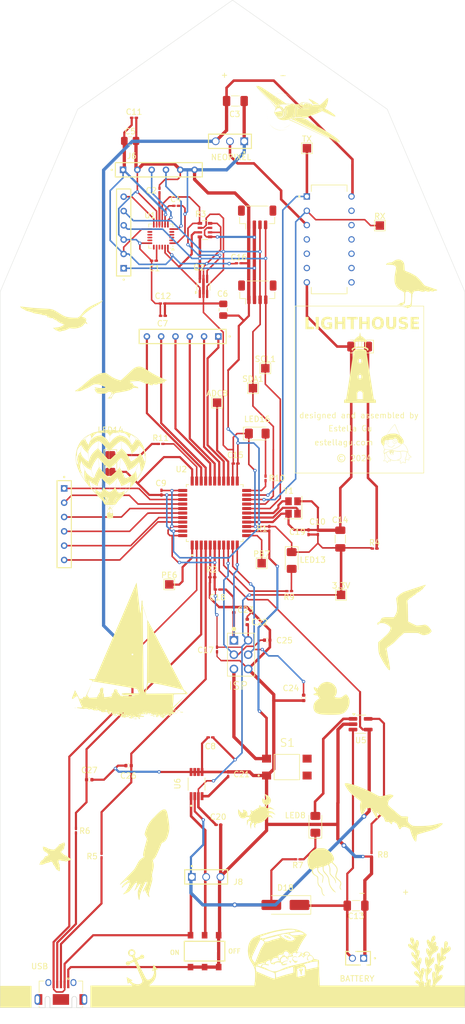
<source format=kicad_pcb>
(kicad_pcb (version 20240108) (generator "pcbnew") (generator_version "8.0")
  (title_block (title "Lighthouse") (date "2024-05-27") (company "Estella Gu"))
  (layers (0 "F.Cu" signal) (31 "B.Cu" signal) (34 "B.Paste" user) (35 "F.Paste" user) (36 "B.SilkS" user "B.Silkscreen") (37 "F.SilkS" user "F.Silkscreen") (38 "B.Mask" user) (39 "F.Mask" user) (44 "Edge.Cuts" user))
  (net 0 "")
  (net 1 "3.3V")
  (net 2 "Net-(U2-PD2(RX))")
  (net 3 "Net-(U2-PD3(TX))")
  (net 4 "/CPOUT")
  (net 5 "GND")
  (net 6 "/REGOUT")
  (net 7 "5V")
  (net 8 "V_BATT")
  (net 9 "Net-(U6-BYP)")
  (net 10 "Net-(U2-PB3(MISO))")
  (net 11 "Net-(U2-PB2(MOSI))")
  (net 12 "Net-(U2-PB1(SCK))")
  (net 13 "/D+")
  (net 14 "/D-")
  (net 15 "/SDA")
  (net 16 "VCC")
  (net 17 "/SCL")
  (net 18 "Net-(U2-PD6(ADC9))")
  (net 19 "Net-(U2-PB6(ADC13))")
  (net 20 "Net-(U2-PB7)")
  (net 21 "Net-(S1-2)")
  (net 22 "Net-(U2-PF7(ADC7))")
  (net 23 "Net-(U2-PF6(ADC6))")
  (net 24 "Net-(U2-PF5(ADC5))")
  (net 25 "Net-(U2-PF0(ADC0))")
  (net 26 "Net-(U2-PF1(ADC1))")
  (net 27 "Net-(U2-PF4(ADC4))")
  (net 28 "Net-(U2-PB5(ADC12))")
  (net 29 "Net-(U2-PD4(ADC8))")
  (net 30 "Net-(U2-PC6)")
  (net 31 "Net-(U2-PE6)")
  (net 32 "Net-(U2-PD7(ADC10))")
  (net 33 "Net-(U2-PB4(ADC11))")
  (net 34 "/INT")
  (net 35 "/SCL_EXT")
  (net 36 "/SDA_EXT")
  (net 37 "Net-(U6-EN)")
  (net 38 "Net-(LED1-A)")
  (net 39 "Net-(LED8-C)")
  (net 40 "Net-(LED8-A)")
  (net 41 "Net-(LED13-C)")
  (net 42 "Net-(LED14-A)")
  (net 43 "Net-(LED16-C)")
  (net 44 "/SDA_3V")
  (net 45 "/SCL_3V")
  (net 46 "Net-(U5-PROG)")
  (net 47 "/RX_LED")
  (net 48 "/TX_LED")
  (net 49 "/USER_LED")
  (net 61 "Net-(U2-XTAL1)")
  (net 62 "Net-(U2-XTAL2)")
  (net 63 "Net-(NEOPIXEL1-Pad02)")
  (net 64 "Net-(USB1-D+)")
  (net 65 "Net-(USB1-USBID)")
  (footprint "Capacitor_SMD:C_0201_0603Metric_Pad0.64x0.40mm_HandSolder" (layer "F.Cu") (at 88.27 140.96 90)
    (property "Reference" "C9")
    (property "Value" ".1uF")
  )
  (footprint "Resistor_SMD:R_0201_0603Metric_Pad0.64x0.40mm_HandSolder" (layer "F.Cu") (at 125.590939 205.204839 90)
    (property "Reference" "R8")
    (property "Value" "10k")
  )
  (footprint "LED_SMD:LED_1206_3216Metric_Pad1.42x1.75mm_HandSolder" (layer "F.Cu") (at 123.470939 115.034839 180)
    (property "Reference" "LED1" (hide yes))
    (property "Value" "GREEN")
  )
  (footprint "MountingHole:MountingHole_3.2mm_M3" (layer "F.Cu") (at 135.82 214.91)
    (property "Reference" "H3" (hide yes))
    (property "Value" "MountingHole")
  )
  (footprint "LED_SMD:LED_1206_3216Metric_Pad1.42x1.75mm_HandSolder" (layer "F.Cu") (at 79.2 135.7825 -90)
    (property "Reference" "LED14")
    (property "Value" "RED")
  )
  (footprint "MountingHole:MountingHole_3.2mm_M3" (layer "F.Cu") (at 65.97 214.91)
    (property "Reference" "H2" (hide yes))
    (property "Value" "MountingHole")
  )
  (footprint "Capacitor_SMD:C_0201_0603Metric_Pad0.64x0.40mm_HandSolder" (layer "F.Cu") (at 98.383439 199.904839)
    (property "Reference" "C20")
    (property "Value" "C-EUC0603")
  )
  (footprint "1my_library:seagull4SS" (layer "F.Cu") (at 132.744533 103.974764)
    (property "Reference" "G***" (hide yes))
    (property "Value" "LOGO" (hide yes))
  )
  (footprint "Capacitor_SMD:C_0805_2012Metric_Pad1.18x1.45mm_HandSolder" (layer "F.Cu") (at 99.250939 108.504839 -90)
    (property "Reference" "C6")
    (property "Value" "10uF")
  )
  (footprint "Capacitor_SMD:C_0201_0603Metric_Pad0.64x0.40mm_HandSolder" (layer "F.Cu") (at 116.060939 147.994839 90)
    (property "Reference" "C10")
    (property "Value" "C-EUC0603")
  )
  (footprint "Resistor_SMD:R_0201_0603Metric_Pad0.64x0.40mm_HandSolder" (layer "F.Cu") (at 88.13 132.31)
    (property "Reference" "R11")
    (property "Value" "330")
  )
  (footprint "LED_SMD:LED_1206_3216Metric_Pad1.42x1.75mm_HandSolder" (layer "F.Cu") (at 115.610939 199.812339 90)
    (property "Reference" "LED8")
    (property "Value" "RED")
  )
  (footprint "TestPoint:TestPoint_Pad_1.5x1.5mm" (layer "F.Cu") (at 106.07 153.48)
    (property "Reference" "PB7")
    (property "Value" "SEWTAP9")
  )
  (footprint "TestPoint:TestPoint_Pad_1.5x1.5mm" (layer "F.Cu") (at 98.16 124.99)
    (property "Reference" "ADC8")
    (property "Value" "SEWTAP9")
  )
  (footprint "Capacitor_SMD:C_0201_0603Metric_Pad0.64x0.40mm_HandSolder" (layer "F.Cu") (at 114.390939 147.984839 90)
    (property "Reference" "C19")
    (property "Value" "C-EUC0603")
  )
  (footprint "Capacitor_SMD:C_0402_1005Metric" (layer "F.Cu") (at 107.050939 167.134839 180)
    (property "Reference" "C25")
    (property "Value" "10pF")
  )
  (footprint "Capacitor_SMD:C_0402_1005Metric" (layer "F.Cu") (at 75.440939 191.894839)
    (property "Reference" "C27")
    (property "Value" "10pF")
  )
  (footprint "Capacitor_SMD:C_0201_0603Metric_Pad0.64x0.40mm_HandSolder" (layer "F.Cu") (at 83.393439 74.444839)
    (property "Reference" "C11")
    (property "Value" "C-EUC0603")
  )
  (footprint "Capacitor_SMD:C_0201_0603Metric_Pad0.64x0.40mm_HandSolder" (layer "F.Cu") (at 87.920939 87.347339 90)
    (property "Reference" "C2")
    (property "Value" "0.1uF")
  )
  (footprint "Capacitor_SMD:C_1206_3216Metric_Pad1.33x1.80mm_HandSolder" (layer "F.Cu") (at 122.838439 214.242339 180)
    (property "Reference" "C13")
    (property "Value" "4.7uF")
  )
  (footprint "TestPoint:TestPoint_Pad_1.5x1.5mm" (layer "F.Cu") (at 104.52 122.42)
    (property "Reference" "SDA1")
    (property "Value" "SEWTAP9")
  )
  (footprint "Capacitor_SMD:C_0201_0603Metric_Pad0.64x0.40mm_HandSolder" (layer "F.Cu") (at 102.010939 100.254839)
    (property "Reference" "C16")
    (property "Value" "C-EUC0603")
  )
  (footprint "LED_SMD:LED_1206_3216Metric_Pad1.42x1.75mm_HandSolder" (layer "F.Cu") (at 111.400939 152.997339 -90)
    (property "Reference" "LED13")
    (property "Value" "RED")
  )
  (footprint "TestPoint:TestPoint_Pad_1.5x1.5mm" (layer "F.Cu") (at 106.720939 118.894839)
    (property "Reference" "SCL1")
    (property "Value" "SEWTAP9")
  )
  (footprint "Capacitor_SMD:C_0201_0603Metric_Pad0.64x0.40mm_HandSolder" (layer "F.Cu") (at 88.480939 107.394839)
    (property "Reference" "C12")
    (property "Value" ".1uF")
  )
  (footprint "Capacitor_SMD:C_0402_1005Metric" (layer "F.Cu") (at 82.430939 189.394839 180)
    (property "Reference" "C26")
    (property "Value" "10pF")
  )
  (footprint "1my_library:duckSS" (layer "F.Cu") (at 118.333462 177.382193)
    (property "Reference" "G***" (hide yes))
    (property "Value" "LOGO" (hide yes))
  )
  (footprint "1my_library:BBS-106-X-X" (layer "F.Cu") (at 87.800939 83.674839)
    (property "Reference" "J6")
    (property "Value" "BBS-106-X-X")
  )
  (footprint "Resistor_SMD:R_0201_0603Metric_Pad0.64x0.40mm_HandSolder" (layer "F.Cu") (at 77.630939 205.347339 -90)
    (property "Reference" "R5")
    (property "Value" "22")
  )
  (footprint "1my_library:boatSS" (layer "F.Cu") (at 82.434054 168.78796)
    (property "Reference" "G***" (hide yes))
    (property "Value" "LOGO" (hide yes))
  )
  (footprint "1my_library:BBS-106-X-X" (layer "F.Cu") (at 92.030939 113.244839 180)
    (property "Reference" "J4" (hide yes))
    (property "Value" "BBS-106-X-X")
  )
  (footprint "1my_library:magicfrogsilkscreenspace" (layer "F.Cu") (at 129.68 132.37)
    (property "Reference" "G***" (hide yes))
    (property "Value" "LOGO" (hide yes))
  )
  (footprint "1my_library:TSW-101-23-L-T" (layer "F.Cu") (at 102.980939 78.614839 90)
    (property "Reference" "NEOPIXEL")
    (property "Value" "TSW-101-23-L-T")
  )
  (footprint "Resistor_SMD:R_0201_0603Metric_Pad0.64x0.40mm_HandSolder" (layer "F.Cu") (at 126.133439 150.884839)
    (property "Reference" "R4")
    (property "Value" "10K")
  )
  (footprint "1my_library:MIC5219" (layer "F.Cu") (at 94.505939 192.669839 90)
    (property "Reference" "U6")
    (property "Value" "MIC5219")
  )
  (footprint "Diode_SMD:D_SMA_Handsoldering" (layer "F.Cu") (at 110.290939 214.114839 180)
    (property "Reference" "D18")
    (property "Value" "DIODE-SCHOTTKY-B340A")
  )
  (footprint "Connector_USB:USB_Micro-AB_Molex_47590-0001" (layer "F.Cu") (at 70.41 230.89)
    (property "Reference" "USB")
    (property "Value" "USB-ABCONN-11794")
    (fp_line (start -3.75 1.45) (end -2.8 1.45) (stroke (width 0.1)) (layer "Edge.Cuts"))
    (fp_line (start -2.8 -0.125) (end -2.8 1.45) (stroke (width 0.1)) (layer "Edge.Cuts"))
    (fp_line (start -1.95 -0.125) (end -1.95 1.45) (stroke (width 0.1)) (layer "Edge.Cuts"))
    (fp_line (start -1.95 1.45) (end 1.95 1.45) (stroke (width 0.1)) (layer "Edge.Cuts"))
    (fp_line (start 1.95 -0.125) (end 1.95 1.45) (stroke (width 0.1)) (layer "Edge.Cuts"))
    (fp_line (start 2.8 -0.125) (end 2.8 1.45) (stroke (width 0.1)) (layer "Edge.Cuts"))
    (fp_line (start 2.8 1.45) (end 3.75 1.45) (stroke (width 0.1)) (layer "Edge.Cuts"))
    (fp_arc (start -2.8 -0.125) (mid -2.375 -0.55) (end -1.95 -0.125) (stroke (width 0.1)) (layer "Edge.Cuts"))
    (fp_arc (start 1.95 -0.125) (mid 2.375 -0.55) (end 2.8 -0.125) (stroke (width 0.1)) (layer "Edge.Cuts"))
  )
  (footprint "LED_SMD:LED_1206_3216Metric_Pad1.42x1.75mm_HandSolder" (layer "F.Cu") (at 105.28 130.47)
    (property "Reference" "LED16")
    (property "Value" "RED")
  )
  (footprint "Resistor_SMD:R_0201_0603Metric_Pad0.64x0.40mm_HandSolder" (layer "F.Cu") (at 106.76 138.43 -90)
    (property "Reference" "R10")
    (property "Value" "330")
  )
  (footprint "Resistor_SMD:R_0201_0603Metric_Pad0.64x0.40mm_HandSolder" (layer "F.Cu") (at 110.95 158.43 180)
    (property "Reference" "R9")
    (property "Value" "330")
  )
  (footprint "1my_library:TSW-101-23-L-T" (layer "F.Cu") (at 93.67 209.14 -90)
    (property "Reference" "J8")
    (property "Value" "TSW-101-23-L-T")
  )
  (footprint "TestPoint:TestPoint_Pad_1.5x1.5mm" (layer "F.Cu") (at 127.060939 93.564839)
    (property "Reference" "RX")
    (property "Value" "SEWTAP9")
  )
  (footprint "Connector_JST:JST_SH_BM04B-SRSS-TB_1x04-1MP_P1.00mm_Vertical" (layer "F.Cu") (at 105.270939 92.114839)
    (property "Reference" "CONN3" (hide yes))
    (property "Value" "STEMMA_I2C_QT")
  )
  (footprint "1my_library:67997-206HLF" (layer "F.Cu") (at 102.410939 169.709839 -90)
    (property "Reference" "ISP")
    (property "Value" "67997-206HLF")
  )
  (footprint "Connector_JST:JST_SH_BM04B-SRSS-TB_1x04-1MP_P1.00mm_Vertical" (layer "F.Cu") (at 105.300939 105.409839)
    (property "Reference" "CONN4" (hide yes))
    (property "Value" "STEMMA_I2C_QT")
  )
  (footprint "1my_library:BBS-106-X-X" (layer "F.Cu") (at 81.560939 94.794839 90)
    (property "Reference" "J5" (hide yes))
    (property "Value" "BBS-106-X-X")
  )
  (footprint "TestPoint:TestPoint_Pad_1.5x1.5mm" (layer "F.Cu") (at 114.11 79.85)
    (property "Reference" "TX")
    (property "Value" "SEWTAP9")
  )
  (footprint "1my_library:MTMM-102-06-L-S-250" (layer "F.Cu") (at 124.190939 223.574839 180)
    (property "Reference" "BATTERY")
    (property "Value" "MTMM-102-06-L-S-250")
  )
  (footprint "Capacitor_SMD:C_0201_0603Metric_Pad0.64x0.40mm_HandSolder" (layer "F.Cu") (at 98.14 168.7875 -90)
    (property "Reference" "C17")
    (property "Value" "C-EUC0603")
  )
  (footprint "1my_library:seagull1SS" (layer "F.Cu") (at 131.05 164.91)
    (property "Reference" "G***" (hide yes))
    (property "Value" "LOGO" (hide yes))
  )
  (footprint "Capacitor_SMD:C_0805_2012Metric_Pad1.18x1.45mm_HandSolder" (layer "F.Cu") (at 82.710939 78.544839)
    (property "Reference" "C5")
    (property "Value" "10uF")
  )
  (footprint "Resistor_SMD:R_0201_0603Metric_Pad0.64x0.40mm_HandSolder" (layer "F.Cu") (at 112.503439 206.014839 180)
    (property "Reference" "R7")
    (property "Value" "330")
  )
  (footprint "1my_library:BBS-106-X-X" (layer "F.Cu") (at 70.990939 146.554839 -90)
    (property "Reference" "J3" (hide yes))
    (property "Value" "BBS-106-X-X")
  )
  (footprint "Resistor_SMD:R_0201_0603Metric_Pad0.64x0.40mm_HandSolder" (layer "F.Cu") (at 73.08 200.94 -90)
    (property "Reference" "R6")
    (property "Value" "22")
  )
  (footprint "1my_library:crabSS" (layer "F.Cu") (at 105.41 197.7 30)
    (property "Reference" "G***" (hide yes))
    (property "Value" "LOGO" (hide yes))
  )
  (footprint "1my_library:jellyfishSS" (layer "F.Cu") (at 117.01 208.27)
    (property "Reference" "G***" (hide yes))
    (property "Value" "LOGO" (hide yes))
  )
  (footprint "Crystal:Crystal_SMD_SeikoEpson_TSX3225-4Pin_3.2x2.5mm" (layer "F.Cu") (at 111.64 143.59 90)
    (property "Reference" "Y1")
    (property "Value" "Crystal_GND24")
  )
  (footprint "Capacitor_SMD:C_0201_0603Metric_Pad0.64x0.40mm_HandSolder" (layer "F.Cu") (at 88.528439 109.584839 180)
    (property "Reference" "C7")
    (property "Value" "0.1uF")
  )
  (footprint "Capacitor_SMD:C_0402_1005Metric" (layer "F.Cu") (at 113.530939 177.374839 -90)
    (property "Reference" "C24")
    (property "Value" "10pF")
  )
  (footprint "Capacitor_SMD:C_0201_0603Metric_Pad0.64x0.40mm_HandSolder" (layer "F.Cu") (at 101.44 135.8)
    (property "Reference" "C15")
    (property "Value" "C-EUC0603")
  )
  (footprint "Capacitor_SMD:C_1206_3216Metric_Pad1.33x1.80mm_HandSolder" (layer "F.Cu") (at 101.400939 71.464839 180)
    (property "Reference" "C3")
    (property "Value" "4.7uF")
  )
  (footprint "1my_library:squidSS" (layer "F.Cu") (at 86.016929 204.924492 -15)
    (property "Reference" "G***" (hide yes))
    (property "Value" "LOGO" (hide yes))
  )
  (footprint "1my_library:anchorSS" (layer "F.Cu") (at 84.197819 225.450374 25)
    (property "Reference" "G***" (hide yes))
    (property "Value" "LOGO" (hide yes))
  )
  (footprint "Capacitor_SMD:C_0201_0603Metric_Pad0.64x0.40mm_HandSolder" (layer "F.Cu") (at 96.980939 184.384839 180)
    (property "Reference" "C8")
    (property "Value" "0.1uF")
  )
  (footprint "Package_TO_SOT_SMD:SOT-23-5_HandSoldering" (layer "F.Cu") (at 123.640939 182.047339)
    (property "Reference" "U5")
    (property "Value" "MCP73831")
  )
  (footprint "1my_library:starfishSS" (layer "F.Cu") (at 69.402887 205.238386 -25)
    (property "Reference" "G***" (hide yes))
    (property "Value" "LOGO" (hide yes))
  )
  (footprint "1my_library:ATMEGA32U4-AUR" (layer "F.Cu") (at 97.73 144.58 90)
    (property "Reference" "U2")
    (property "Value" "ATMEGA32U41:1-LESS_PASTE")
  )
  (footprint "MountingHole:MountingHole_3.2mm_M3" (layer "F.Cu") (at 65.97 184.7475)
    (property "Reference" "H1" (hide yes))
    (property "Value" "MountingHole")
  )
  (footprint "TestPoint:TestPoint_Pad_1.5x1.5mm" (layer "F.Cu") (at 89.66 157.24)
    (property "Reference" "PE6")
    (property "Value" "SEWTAP9")
  )
  (footprint "TestPoint:TestPoint_Pad_1.5x1.5mm" (layer "F.Cu") (at 120.180939 159.104839)
    (property "Reference" "3.3V")
    (property "Value" "SEWTAP9")
  )
  (footprint "1my_library:AYZ0202" (layer "F.Cu") (at 95.930939 222.317339)
    (property "Reference" "ON")
    (property "Value" "SWITCH-DPDTAYZ0202")
  )
  (footprint "1my_library:DIP794W45P254L1930H508Q14" (layer "F.Cu") (at 118.060939 96.024839)
    (property "Reference" "U7" (hide yes))
    (property "Value" "74AHCT125")
  )
  (footprint "Sensor_Motion:InvenSense_QFN-24_4x4mm_P0.5mm" (layer "F.Cu") (at 88.160939 95.444839 180)
    (property "Reference" "U1")
    (property "Value" "MPU-6050")
  )
  (footprint "Capacitor_SMD:C_0201_0603Metric_Pad0.64x0.40mm_HandSolder" (layer "F.Cu") (at 86.928439 99.804839 180)
    (property "Reference" "C1")
    (property "Value" "2.2nF")
  )
  (footprint "MountingHole:MountingHole_3.2mm_M3" (layer "F.Cu") (at 135.82 184.7475)
    (property "Reference" "H4" (hide yes))
    (property "Value" "MountingHole")
  )
  (footprint "Resistor_SMD:R_0201_0603Metric_Pad0.64x0.40mm_HandSolder" (layer "F.Cu") (at 107.43 147.38 -90)
    (property "Reference" "R1")
    (property "Value" "10k")
  )
  (footprint "1my_library:seagull3SS" (layer "F.Cu") (at 70.72 109.8)
    (property "Reference" "G***" (hide yes))
    (property "Value" "LOGO" (hide yes))
  )
  (footprint "Capacitor_SMD:C_0201_0603Metric_Pad0.64x0.40mm_HandSolder" (layer "F.Cu") (at 98.26 158.15 180)
    (property "Reference" "C18")
    (property "Value" "1uF")
  )
  (footprint "Package_TO_SOT_SMD:SOT-363_SC-70-6_Handsoldering" (layer "F.Cu") (at 95.730939 104.354839 90)
    (property "Reference" "Q2")
    (property "Value" "BSS138")
  )
  (footprint "1my_library:planeSS" (layer "F.Cu") (at 112.56511 73.865624)
    (property "Reference" "G***" (hide yes))
    (property "Value" "LOGO" (hide yes))
  )
  (footprint "1my_library:hotairballoonSS" (layer "F.Cu") (at 79.298111 137.762195)
    (property "Reference" "G***" (hide yes))
    (property "Value" "LOGO" (hide yes))
  )
  (footprint "1my_library:seaweedSS" (layer "F.Cu") (at 135.83 224.54)
    (property "Reference" "G***" (hide yes))
    (property "Value" "LOGO" (hide yes))
  )
  (footprint "Capacitor_SMD:C_0201_0603Metric_Pad0.64x0.40mm_HandSolder" (layer "F.Cu") (at 100.120939 190.912339 -90)
    (property "Reference" "C21")
    (property "Value" "470pF")
  )
  (footprint "Resistor_SMD:R_Array_Convex_4x0603" (layer "F.Cu") (at 96.000939 94.374839 180)
    (property "Reference" "R3")
    (property "Value" "10K")
  )
  (footprint "Resistor_SMD:R_0201_0603Metric_Pad0.64x0.40mm_HandSolder" (layer "F.Cu") (at 97.31 155.97 180)
    (property "Reference" "R2")
    (property "Value" "10K")
  )
  (footprint "Capacitor_SMD:C_0402_1005Metric" (layer "F.Cu") (at 103.510939 163.904839 -90)
    (property "Reference" "C22")
    (property "Value" "2.2uF")
  )
  (footprint "1my_library:seagull2SS" (layer "F.Cu") (at 81.01 121.13)
    (property "Reference" "G***" (hide yes))
    (property "Value" "LOGO" (hide yes))
  )
  (footprint "1my_library:sharkSS" (layer "F.Cu") (at 128.79 197.52 -30)
    (property "Reference" "G***" (hide yes))
    (property "Value" "LOGO" (hide yes))
  )
  (footprint "1my_library:treasureboxSS" (layer "F.Cu") (at 110.078692 224.488302)
    (property "Reference" "G***" (hide yes))
    (property "Value" "LOGO" (hide yes))
  )
  (footprint "1my_library:lighthouseSS" (layer "F.Cu") (at 123.63549 118.836384)
    (property "Reference" "G***" (hide yes))
    (property "Value" "LOGO" (hide yes))
  )
  (footprint "Capacitor_SMD:C_1206_3216Metric_Pad1.33x1.80mm_HandSolder" (layer "F.Cu") (at 120.040939 149.194839 -90)
    (property "Reference" "C14")
    (property "Value" "4.7uF")
  )
  (footprint "1my_library:SW_TL3305BF160QG" (layer "F.Cu") (at 110.540939 189.654839)
    (property "Reference" "S1")
    (property "Value" "TL3305BF160QG")
  )
  (footprint "Capacitor_SMD:C_0402_1005Metric" (layer "F.Cu") (at 101.110939 161.744839 90)
    (property "Reference" "C23")
    (property "Value" "10pF")
  )
  (footprint "Capacitor_SMD:C_0201_0603Metric_Pad0.64x0.40mm_HandSolder" (layer "F.Cu") (at 90.878439 90.064839 180)
    (property "Reference" "C4")
    (property "Value" ".1uF")
  )
  (gr_rect (start 111.98 107.855) (end 134.86 137.485) (stroke (width 0.1)) (fill none) (layer "F.SilkS"))
  (gr_rect (start 59.64 228.53) (end 65.14 232.32) (stroke (width 0.1)) (fill solid) (layer "F.SilkS"))
  (gr_rect (start 75.7 228.46) (end 142.14 232.25) (stroke (width 0.1)) (fill solid) (layer "F.SilkS"))
  (gr_line (start 59.62 105.31) (end 59.62 232.34) (stroke (width 0.05)) (layer "Edge.Cuts"))
  (gr_line (start 100.895 53.57) (end 128.38 72.93) (stroke (width 0.05)) (layer "Edge.Cuts"))
  (gr_line (start 142.16 232.33) (end 142.16 105.33) (stroke (width 0.05)) (layer "Edge.Cuts"))
  (gr_line (start 128.38 72.93) (end 142.16 105.33) (stroke (width 0.05)) (layer "Edge.Cuts"))
  (gr_line (start 59.62 232.34) (end 142.17 232.34) (stroke (width 0.05)) (layer "Edge.Cuts"))
  (gr_line (start 73.4 72.93) (end 100.895 53.57) (stroke (width 0.05)) (layer "Edge.Cuts"))
  (gr_line (start 59.62 105.31) (end 73.4 72.93) (stroke (width 0.05)) (layer "Edge.Cuts"))
  (gr_text "-\n\n" (at 109.870939 67.694839 0) (layer "F.SilkS") (effects (font (size 1 1))))
  (gr_text "+\n" (at 99.470939 66.834839 0) (layer "F.SilkS") (effects (font (size 1 1))))
  (gr_text "-\n" (at 123.900939 211.994839 0) (layer "F.SilkS") (effects (font (size 1 1))))
  (gr_text "LIGHTHOUSE" (at 113.6 112.32 0) (layer "F.SilkS") (effects (font (size 2.132 2.032) (thickness 0.3) (bold yes)) (justify left bottom)))
  (gr_text "designed and assembled by\n\n" (at 112.66 129.45 0) (layer "F.SilkS") (effects (font (size 1 1) (thickness 0.127)) (justify left bottom)))
  (gr_text "© 2024\n" (at 119.27 135.45 0) (layer "F.SilkS") (effects (font (size 1 1) (thickness 0.127)) (justify left bottom)))
  (gr_text "Estella Gu" (at 117.84 130.16 0) (layer "F.SilkS") (effects (font (size 1 1) (thickness 0.127)) (justify left bottom)))
  (gr_text "estellagu.com" (at 115.36 132.64 0) (layer "F.SilkS") (effects (font (size 1 1) (thickness 0.127)) (justify left bottom)))
  (gr_text "+\n\n" (at 131.640939 212.584839 0) (layer "F.SilkS") (effects (font (size 1 1))))
  (gr_text "OFF\n" (at 101.23 222.33 0) (layer "F.SilkS") (effects (font (size 0.8001 0.787402))))
  (segment (start 98.797959 95.341687) (end 98.797959 97.837819) (width 0.2794) (layer "F.Cu") (net 1))
  (segment (start 90.18 148.58) (end 90.18 152.27) (width 0.2794) (layer "F.Cu") (net 1))
  (segment (start 94.830939 196.759839) (end 97.975939 199.904839) (width 0.4572) (layer "F.Cu") (net 1))
  (segment (start 101.0325 131.1475) (end 101.71 130.47) (width 0.2794) (layer "F.Cu") (net 1))
  (segment (start 91.29 153.38) (end 91.44 153.38) (width 0.2794) (layer "F.Cu") (net 1))
  (segment (start 111.400939 149.868313) (end 111.400939 151.509839) (width 0.2794) (layer "F.Cu") (net 1))
  (segment (start 111.400939 149.868313) (end 108.505126 146.9725) (width 0.2794) (layer "F.Cu") (net 1))
  (segment (start 97.670939 94.774839) (end 97.530939 94.774839) (width 0.2794) (layer "F.Cu") (net 1))
  (segment (start 100.290939 100.324839) (end 101.533439 100.324839) (width 0.2794) (layer "F.Cu") (net 1))
  (segment (start 88.2975 140.58) (end 88.27 140.5525) (width 0.2794) (layer "F.Cu") (net 1))
  (segment (start 88.910939 91.701859) (end 88.997959 91.614839) (width 0.2794) (layer "F.Cu") (net 1))
  (segment (start 114.485939 151.509839) (end 116.060939 149.934839) (width 0.2794) (layer "F.Cu") (net 1))
  (segment (start 101.353439 188.349839) (end 101.355939 188.349839) (width 0.381) (layer "F.Cu") (net 1))
  (segment (start 100.93 138.9) (end 100.93 135.9025) (width 0.2794) (layer "F.Cu") (net 1))
  (segment (start 88.910939 93.494839) (end 88.910939 91.701859) (width 0.2794) (layer "F.Cu") (net 1))
  (segment (start 81.673439 78.544839) (end 81.673439 83.452339) (width 0.5842) (layer "F.Cu") (net 1))
  (segment (start 114.390939 148.392339) (end 116.050939 148.392339) (width 0.381) (layer "F.Cu") (net 1))
  (segment (start 97.73 153.35) (end 97.73 155.9575) (width 0.381) (layer "F.Cu") (net 1))
  (segment (start 90.18 152.27) (end 91.29 153.38) (width 0.2794) (layer "F.Cu") (net 1))
  (segment (start 89.45 148.25) (end 89.78 148.58) (width 0.2794) (layer "F.Cu") (net 1))
  (segment (start 84.770939 94.194839) (end 81.560939 97.404839) (width 0.2794) (layer "F.Cu") (net 1))
  (segment (start 116.060939 149.934839) (end 116.890939 150.764839) (width 0.2794) (layer "F.Cu") (net 1))
  (segment (start 103.7925 130.47) (end 103.7925 135.9525) (width 0.2794) (layer "F.Cu") (net 1))
  (segment (start 89.78 148.58) (end 90.18 148.58) (width 0.2794) (layer "F.Cu") (net 1))
  (segment (start 103.925161 159.104839) (end 103.9 159.13) (width 0.2794) (layer "F.Cu") (net 1))
  (segment (start 94.830939 193.564839) (end 96.300939 192.094839) (width 0.2794) (layer "F.Cu") (net 1))
  (segment (start 103.680939 167.169839) (end 103.680939 164.554839) (width 0.2794) (layer "F.Cu") (net 1))
  (segment (start 98.797959 93.821859) (end 98.150939 93.174839) (width 0.2794) (layer "F.Cu") (net 1))
  (segment (start 101.0325 135.8) (end 101.0325 133.34) (width 0.2794) (layer "F.Cu") (net 1))
  (segment (start 102.470778 168.38) (end 103.680939 167.169839) (width 0.2032) (layer "F.Cu") (net 1))
  (segment (start 97.86 158.1575) (end 97.8525 158.15) (width 0.2032) (layer "F.Cu") (net 1))
  (segment (start 97.73 155.9575) (end 97.7175 155.97) (width 0.381) (layer "F.Cu") (net 1))
  (segment (start 81.560939 97.404839) (end 81.560939 98.604839) (width 0.2794) (layer "F.Cu") (net 1))
  (segment (start 97.530939 94.774839) (end 98.797959 94.774839) (width 0.2794) (layer "F.Cu") (net 1))
  (segment (start 97.7175 155.97) (end 97.7175 158.015) (width 0.381) (layer "F.Cu") (net 1))
  (segment (start 89.410939 98.114839) (end 90.080939 98.784839) (width 0.2794) (layer "F.Cu") (net 1))
  (segment (start 95.730939 103.024839) (end 95.730939 105.684839) (width 0.4572) (layer "F.Cu") (net 1))
  (segment (start 103.680939 164.554839) (end 103.510939 164.384839) (width 0.2794) (layer "F.Cu") (net 1))
  (segment (start 100.03 133.32) (end 101.0125 133.32) (width 0.2794) (layer "F.Cu") (net 1))
  (segment (start 88.888439 109.537339) (end 88.935939 109.584839) (width 0.381) (layer "F.Cu") (net 1))
  (segment (start 90.080939 98.784839) (end 90.096025 98.769753) (width 0.2794) (layer "F.Cu") (net 1))
  (segment (start 120.180939 159.104839) (end 103.925161 159.104839) (width 0.2794) (layer "F.Cu") (net 1))
  (segment (start 92.05 140.58) (end 88.2975 140.58) (width 0.2794) (layer "F.Cu") (net 1))
  (segment (start 97.86 159.32) (end 97.86 158.1575) (width 0.2032) (layer "F.Cu") (net 1))
  (segment (start 101.0325 133.34) (end 101.0325 131.1475) (width 0.2794) (layer "F.Cu") (net 1))
  (segment (start 98.150939 93.174839) (end 96.900939 93.174839) (width 0.2794) (layer "F.Cu") (net 1))
  (segment (start 89.020939 90.644839) (end 89.600939 90.064839) (width 0.2794) (layer "F.Cu") (net 1))
  (segment (start 108.505126 146.9725) (end 107.43 146.9725) (width 0.2794) (layer "F.Cu") (net 1))
  (segment (start 95.730939 107.404839) (end 95.730939 108.984839) (width 0.2794) (layer "F.Cu") (net 1))
  (segment (start 91.44 153.38) (end 91.47 153.35) (width 0.2794) (layer "F.Cu") (net 1))
  (segment (start 95.730939 108.984839) (end 99.251959 112.505859) (width 0.2794) (layer "F.Cu") (net 1))
  (segment (start 120.040939 150.757339) (end 125.598439 150.757339) (width 0.2794) (layer "F.Cu") (net 1))
  (segment (start 96.315939 100.319839) (end 95.730939 100.904839) (width 0.2794) (layer "F.Cu") (net 1))
  (segment (start 98.14 168.38) (end 102.470778 168.38) (width 0.2032) (layer "F.Cu") (net 1))
  (segment (start 97.73 150.26) (end 97.73 153.35) (width 0.381) (layer "F.Cu") (net 1))
  (segment (start 92.05 146.98) (end 90.07 146.98) (width 0.2794) (layer "F.Cu") (net 1))
  (segment (start 98.797959 97.837819) (end 96.315939 100.319839) (width 0.2794) (layer "F.Cu") (net 1))
  (segment (start 95.730939 100.904839) (end 95.730939 103.024839) (width 0.2794) (layer "F.Cu") (net 1))
  (segment (start 98.797959 95.341687) (end 98.797959 94.774839) (width 0.2794) (layer "F.Cu") (net 1))
  (segment (start 118.588439 150.757339) (end 120.040939 150.757339) (width 0.2794) (layer "F.Cu") (net 1))
  (segment (start 95.730939 107.404839) (end 95.730939 105.684839) (width 0.2794) (layer "F.Cu") (net 1))
  (segment (start 88.888439 107.394839) (end 95.828439 107.394839) (width 0.381) (layer "F.Cu") (net 1))
  (segment (start 101.0125 133.32) (end 101.0325 133.34) (width 0.2794) (layer "F.Cu") (net 1))
  (segment (start 94.830939 194.814839) (end 94.830939 196.759839) (width 0.4572) (layer "F.Cu") (net 1))
  (segment (start 101.71 130.47) (end 103.7925 130.47) (width 0.2794) (layer "F.Cu") (net 1))
  (segment (start 99.251959 132.541959) (end 100.03 133.32) (width 0.2794) (layer "F.Cu") (net 1))
  (segment (start 82.985939 75.739839) (end 81.673439 77.052339) (width 0.381) (layer "F.Cu") (net 1))
  (segment (start 89.410939 97.394839) (end 89.410939 98.114839) (width 0.2794) (layer "F.Cu") (net 1))
  (segment (start 95.85 107.39) (end 99.2 107.39) (width 0.381) (layer "F.Cu") (net 1))
  (segment (start 98.797959 94.774839) (end 98.797959 93.821859) (width 0.2794) (layer "F.Cu") (net 1))
  (segment (start 103.7925 135.9525) (end 104.88 137.04) (width 0.2794) (layer "F.Cu") (net 1))
  (segment (start 97.388439 184.384839) (end 101.353439 188.349839) (width 0.381) (layer "F.Cu") (net 1))
  (segment (start 88.997959 91.614839) (end 89.020939 91.591859) (width 0.2794) (layer "F.Cu") (net 1))
  (segment (start 99.251959 112.505859) (end 99.251959 132.541959) (width 0.2794) (layer "F.Cu") (net 1))
  (segment (start 81.673439 83.452339) (end 81.450939 83.674839) (width 0.5842) (layer "F.Cu") (net 1))
  (segment (start 82.985939 74.444839) (end 82.985939 75.739839) (width 0.381) (layer "F.Cu") (net 1))
  (segment (start 116.060939 149.934839) (end 116.060939 148.402339) (width 0.2794) (layer "F.Cu") (net 1))
  (segment (start 120.180939 150.897339) (end 120.040939 150.757339) (width 0.4572) (layer "F.Cu") (net 1))
  (segment (start 120.180939 159.104839) (end 120.180939 150.897339) (width 0.4572) (layer "F.Cu") (net 1))
  (segment (start 101.533439 100.324839) (end 101.603439 100.254839) (width 0.2794) (layer "F.Cu") (net 1))
  (segment (start 90.18 148.58) (end 92.05 148.58) (width 0.2794) (layer "F.Cu") (net 1))
  (segment (start 97.7175 158.015) (end 97.8525 158.15) (width 0.381) (layer "F.Cu") (net 1))
  (segment (start 116.890939 150.764839) (end 118.580939 150.764839) (width 0.2794) (layer "F.Cu") (net 1))
  (segment (start 89.45 147.6) (end 89.45 148.25) (width 0.2794) (layer "F.Cu") (net 1))
  (segment (start 86.210939 94.194839) (end 84.770939 94.194839) (width 0.2794) (layer "F.Cu") (net 1))
  (segment (start 98.14 168.38) (end 98.14 162.66) (width 0.2032) (layer "F.Cu") (net 1))
  (segment (start 94.830939 194.814839) (end 94.830939 193.564839) (width 0.2794) (layer "F.Cu") (net 1))
  (segment (start 116.050939 148.392339) (end 116.060939 148.402339) (width 0.381) (layer "F.Cu") (net 1))
  (segment (start 107.43 146.9725) (end 104.97 146.9725) (width 0.2794) (layer "F.Cu") (net 1))
  (segment (start 88.888439 107.394839) (end 88.888439 109.537339) (width 0.381) (layer "F.Cu") (net 1))
  (segment (start 90.07 146.98) (end 89.45 147.6) (width 0.2794) (layer "F.Cu") (net 1))
  (segment (start 104.97 146.9725) (end 103.4175 146.9725) (width 0.2794) (layer "F.Cu") (net 1))
  (segment (start 89.020939 91.591859) (end 89.020939 90.644839) (width 0.2794) (layer "F.Cu") (net 1))
  (segment (start 100.93 135.9025) (end 101.0325 135.8) (width 0.2794) (layer "F.Cu") (net 1))
  (segment (start 103.4175 146.9725) (end 103.41 146.98) (width 0.2794) (layer "F.Cu") (net 1))
  (segment (start 98.14 162.66) (end 98.12 162.64) (width 0.2032) (layer "F.Cu") (net 1))
  (segment (start 111.400939 151.509839) (end 114.485939 151.509839) (width 0.2794) (layer "F.Cu") (net 1))
  (segment (start 97.530939 94.774839) (end 96.900939 94.774839) (width 0.2794) (layer "F.Cu") (net 1))
  (segment (start 118.580939 150.764839) (end 118.588439 150.757339) (width 0.2794) (layer "F.Cu") (net 1))
  (segment (start 81.673439 77.052339) (end 81.673439 78.544839) (width 0.381) (layer "F.Cu") (net 1))
  (segment (start 96.300939 192.094839) (end 97.510939 192.094839) (width 0.2794) (layer "F.Cu") (net 1))
  (segment (start 125.598439 150.757339) (end 125.725939 150.884839) (width 0.2794) (layer "F.Cu") (net 1))
  (segment (start 89.600939 90.064839) (end 90.470939 90.064839) (width 0.2794) (layer "F.Cu") (net 1))
  (via (at 101.355939 188.349839) (size 0.6) (drill 0.3) (layers "F.Cu" "B.Cu") (net 1))
  (via (at 104.88 137.04) (size 0.6) (drill 0.3) (layers "F.Cu" "B.Cu") (net 1))
  (via (at 98.12 162.64) (size 0.6) (drill 0.3) (layers "F.Cu" "B.Cu") (net 1))
  (via (at 97.86 159.32) (size 0.6) (drill 0.3) (layers "F.Cu" "B.Cu") (net 1))
  (via (at 97.73 153.35) (size 0.6) (drill 0.3) (layers "F.Cu" "B.Cu") (net 1))
  (via (at 97.510939 192.094839) (size 0.6) (drill 0.3) (layers "F.Cu" "B.Cu") (net 1))
  (via (at 104.97 146.9725) (size 0.6) (drill 0.3) (layers "F.Cu" "B.Cu") (net 1))
  (via (at 90.096025 98.769753) (size 0.6) (drill 0.3) (layers "F.Cu" "B.Cu") (net 1))
  (via (at 88.997959 91.614839) (size 0.6) (drill 0.3) (layers "F.Cu" "B.Cu") (net 1))
  (via (at 90.13 146.92) (size 0.6) (drill 0.3) (layers "F.Cu" "B.Cu") (net 1))
  (via (at 90.13 140.61) (size 0.6) (drill 0.3) (layers "F.Cu" "B.Cu") (net 1))
  (via (at 91.47 153.35) (size 0.6) (drill 0.3) (layers "F.Cu" "B.Cu") (net 1))
  (via (at 100.290939 100.324839) (size 0.6) (drill 0.3) (layers "F.Cu" "B.Cu") (net 1))
  (via (at 103.9 159.13) (size 0.6) (drill 0.3) (layers "F.Cu" "B.Cu") (net 1))
  (via (at 96.315939 100.319839) (size 0.6) (drill 0.3) (layers "F.Cu" "B.Cu") (net 1))
  (segment (start 102.72 166.2089) (end 103.680939 167.169839) (width 0.2794) (layer "B.Cu") (net 1))
  (segment (start 90.096025 98.769753) (end 90.096025 99.389753) (width 0.2794) (layer "B.Cu") (net 1))
  (segment (start 88.877959 91.031859) (end 81.690939 83.844839) (width 0.381) (layer "B.Cu") (net 1))
  (segment (start 81.810939 83.674839) (end 81.450939 83.674839) (width 0.2794) (layer "B.Cu") (net 1))
  (segment (start 90.096025 99.389753) (end 89.030939 100.454839) (width 0.2794) (layer "B.Cu") (net 1))
  (segment (start 102.72 160.08) (end 102.72 166.2089) (width 0.2794) (layer "B.Cu") (net 1))
  (segment (start 81.450939 83.674839) (end 81.450939 85.084839) (width 0.2794) (layer "B.Cu") (net 1))
  (segment (start 96.315939 100.319839) (end 100.285939 100.319839) (width 0.2794) (layer "B.Cu") (net 1))
  (segment (start 90.13 140.61) (end 90.13 146.679828) (width 0.2794) (layer "B.Cu") (net 1))
  (segment (start 84.300939 100.454839) (end 82.450939 98.604839) (width 0.2794) (layer "B.Cu") (net 1))
  (segment (start 102.578119 187.127659) (end 102.578119 168.272659) (width 0.2794) (layer "B.Cu") (net 1))
  (segment (start 104.88 137.04) (end 104.88 146.8825) (width 0.2794) (layer "B.Cu") (net 1))
  (segment (start 88.997959 91.151859) (end 88.877959 91.031859) (width 0.381) (layer "B.Cu") (net 1))
  (segment (start 89.030939 100.454839) (end 84.300939 100.454839) (width 0.2794) (layer "B.Cu") (net 1))
  (segment (start 97.610939 192.094839) (end 101.355939 188.349839) (width 0.2794) (layer "B.Cu") (net 1))
  (segment (start 101.355939 188.349839) (end 102.578119 187.127659) (width 0.2794) (layer "B.Cu") (net 1))
  (segment (start 103.9 159.13) (end 103.67 159.13) (width 0.2794) (layer "B.Cu") (net 1))
  (segment (start 88.997959 91.614839) (end 88.997959 91.151859) (width 0.381) (layer "B.Cu") (net 1))
  (segment (start 79.160939 87.374839) (end 79.160939 96.204839) (width 0.2794) (layer "B.Cu") (net 1))
  (segment (start 91.646111 100.319839) (end 96.315939 100.319839) (width 0.2794) (layer "B.Cu") (net 1))
  (segment (start 90.13 146.679828) (end 90.250086 146.799914) (width 0.2794) (layer "B.Cu") (net 1))
  (segment (start 79.160939 96.204839) (end 81.560939 98.604839) (width 0.2794) (layer "B.Cu") (net 1))
  (segment (start 91.47 153.35) (end 97.73 153.35) (width 0.2794) (layer "B.Cu") (net 1))
  (segment (start 81.450939 85.084839) (end 79.160939 87.374839) (width 0.2794) (layer "B.Cu") (net 1))
  (segment (start 104.88 146.8825) (end 104.97 146.9725) (width 0.2794) (layer "B.Cu") (net 1))
  (segment (start 82.450939 98.604839) (end 81.560939 98.604839) (width 0.2794) (layer "B.Cu") (net 1))
  (segment (start 103.67 159.13) (end 102.72 160.08) (width 0.2794) (layer "B.Cu") (net 1))
  (segment (start 98.12 162.64) (end 97.86 162.38) (width 0.2032) (layer "B.Cu") (net 1))
  (segment (start 100.285939 100.319839) (end 100.290939 100.324839) (width 0.2794) (layer "B.Cu") (net 1))
  (segment (start 97.86 162.38) (end 97.86 159.32) (width 0.2032) (layer "B.Cu") (net 1))
  (segment (start 97.510939 192.094839) (end 97.610939 192.094839) (width 0.381) (layer "B.Cu") (net 1))
  (segment (start 90.096025 98.769753) (end 91.646111 100.319839) (width 0.2794) (layer "B.Cu") (net 1))
  (segment (start 102.578119 168.272659) (end 103.680939 167.169839) (width 0.2794) (layer "B.Cu") (net 1))
  (segment (start 115.670939 92.524839) (end 124.380939 92.524839) (width 0.2794) (layer "F.Cu") (net 2))
  (segment (start 106.46 142.18) (end 106.48 142.2) (width 0.2794) (layer "F.Cu") (net 2))
  (segment (start 125.420939 93.564839) (end 127.060939 93.564839) (width 0.2794) (layer "F.Cu") (net 2))
  (segment (start 114.090939 90.944839) (end 115.670939 92.524839) (width 0.2794) (layer "F.Cu") (net 2))
  (segment (start 103.41 142.18) (end 106.46 142.18) (width 0.2794) (layer "F.Cu") (net 2))
  (segment (start 124.380939 92.524839) (end 125.420939 93.564839) (width 0.2794) (layer "F.Cu") (net 2))
  (via (at 106.48 142.2) (size 0.6) (drill 0.3) (layers "F.Cu" "B.Cu") (net 2))
  (segment (start 112.110939 92.924839) (end 112.110939 138.529061) (width 0.2794) (layer "B.Cu") (net 2))
  (segment (start 112.110939 138.529061) (end 108.44 142.2) (width 0.2794) (layer "B.Cu") (net 2))
  (segment (start 114.090939 90.944839) (end 112.110939 92.924839) (width 0.2794) (layer "B.Cu") (net 2))
  (segment (start 108.44 142.2) (end 106.48 142.2) (width 0.2794) (layer "B.Cu") (net 2))
  (segment (start 114.090939 88.129061) (end 114.11 88.11) (width 0.4572) (layer "F.Cu") (net 3))
  (segment (start 114.11 88.11) (end 114.11 79.85) (width 0.4572) (layer "F.Cu") (net 3))
  (segment (start 114.108439 88.387339) (end 114.090939 88.404839) (width 0.2794) (layer "F.Cu") (net 3))
  (segment (start 107.15 141.38) (end 107.17 141.4) (width 0.2794) (layer "F.Cu") (net 3))
  (segment (start 114.090939 88.404839) (end 114.090939 88.129061) (width 0.4572) (layer "F.Cu") (net 3))
  (segment (start 103.41 141.38) (end 107.15 141.38) (width 0.2794) (layer "F.Cu") (net 3))
  (via (at 107.17 141.4) (size 0.6) (drill 0.3) (layers "F.Cu" "B.Cu") (net 3))
  (segment (start 107.17 141.4) (end 109.820939 138.749061) (width 0.2794) (layer "B.Cu") (net 3))
  (segment (start 109.820939 90.832339) (end 112.248439 88.404839) (width 0.2794) (layer "B.Cu") (net 3))
  (segment (start 109.820939 138.749061) (end 109.820939 90.832339) (width 0.2794) (layer "B.Cu") (net 3))
  (segment (start 112.248439 88.404839) (end 114.090939 88.404839) (width 0.2794) (layer "B.Cu") (net 3))
  (segment (start 87.410939 99.729839) (end 87.335939 99.804839) (width 0.2794) (layer "F.Cu") (net 4))
  (segment (start 87.410939 97.394839) (end 87.410939 99.729839) (width 0.2794) (layer "F.Cu") (net 4))
  (segment (start 91.140939 85.374839) (end 91.650939 84.864839) (width 0.2794) (layer "F.Cu") (net 5))
  (segment (start 102.000939 117.364839) (end 102.000939 111.384839) (width 0.381) (layer "F.Cu") (net 5))
  (segment (start 91.020939 96.694839) (end 92.450939 95.264839) (width 0.2794) (layer "F.Cu") (net 5))
  (segment (start 72.173439 225.142339) (end 93.430939 225.142339) (width 0.381) (layer "F.Cu") (net 5))
  (segment (start 90.587519 82.651419) (end 91.610939 83.674839) (width 0.5842) (layer "F.Cu") (net 5))
  (segment (start 107.530939 167.134839) (end 107.530939 165.344839) (width 0.4572) (layer "F.Cu") (net 5))
  (segment (start 90.44 147.78) (end 90.42 147.8) (width 0.2794) (layer "F.Cu") (net 5))
  (segment (start 94.150939 85.384839) (end 94.150939 83.674839) (width 0.5842) (layer "F.Cu") (net 5))
  (segment (start 107.530939 168.399839) (end 103.680939 172.249839) (width 0.4572) (layer "F.Cu") (net 5))
  (segment (start 114.94 142.49) (end 116.09 143.64) (width 0.381) (layer "F.Cu") (net 5))
  (segment (start 105.63 146.18) (end 108.06 146.18) (width 0.381) (layer "F.Cu") (net 5))
  (segment (start 83.990939 83.674839) (end 83.990939 87.594839) (width 0.2794) (layer "F.Cu") (net 5))
  (segment (start 120.578439 182.047339) (end 122.290939 182.047339) (width 0.5842) (layer "F.Cu") (net 5))
  (segment (start 101.73 135.9175) (end 101.8475 135.8) (width 0.2794) (layer "F.Cu") (net 5))
  (segment (start 100.100939 190.524839) (end 100.120939 190.504839) (width 0.4572) (layer "F.Cu") (net 5))
  (segment (start 93.430939 225.142339) (end 98.430939 225.142339) (width 0.5842) (layer "F.Cu") (net 5))
  (segment (start 87.920939 86.939839) (end 87.920939 86.374839) (width 0.2794) (layer "F.Cu") (net 5))
  (segment (start 88.27 141.3675) (end 86.098916 141.3675) (width 0.381) (layer "F.Cu") (net 5))
  (segment (start 103.510939 162.944839) (end 104.320939 162.134839) (width 0.2794) (layer "F.Cu") (net 5))
  (segment (start 124.060939 205.524839) (end 125.503439 205.524839) (width 0.381) (layer "F.Cu") (net 5))
  (segment (start 85.014359 82.651419) (end 83.990939 83.674839) (width 0.5842) (layer "F.Cu") (net 5))
  (segment (start 71.715939 225.599839) (end 72.173439 225.142339) (width 0.381) (layer "F.Cu") (net 5))
  (segment (start 103.510939 163.424839) (end 103.510939 162.944839) (width 0.2794) (layer "F.Cu") (net 5))
  (segment (start 114.11 108.03) (end 114.11 103.65) (width 0.4572) (layer "F.Cu") (net 5))
  (segment (start 84.045708 139.314292) (end 86.098916 141.3675) (width 0.381) (layer "F.Cu") (net 5))
  (segment (start 98.590939 209.264839) (end 98.590939 219.332339) (width 0.5842) (layer "F.Cu") (net 5))
  (segment (start 100.120939 119.244839) (end 100.120939 129.650939) (width 0.2794) (layer "F.Cu") (net 5))
  (segment (start 103.760939 100.254839) (end 103.770939 100.264839) (width 0.381) (layer "F.Cu") (net 5))
  (segment (start 113.530939 177.854839) (end 108.220939 177.854839) (width 0.4572) (layer "F.Cu") (net 5))
  (segment (start 102.000939 111.384839) (end 102.910939 110.474839) (width 0.381) (layer "F.Cu") (net 5))
  (segment (start 84.460939 96.694839) (end 84.440939 96.714839) (width 0.2794) (layer "F.Cu") (net 5))
  (segment (start 124.400939 223.364839) (end 124.190939 223.574839) (width 0.5842) (layer "F.Cu") (net 5))
  (segment (start 119.600939 196.034839) (end 119.630939 196.004839) (width 0.5842) (layer "F.Cu") (net 5))
  (segment (start 114.11 109.68) (end 114.13 109.68) (width 0.4572) (layer "F.Cu") (net 5))
  (segment (start 119.600939 199.824839) (end 119.600939 202.434839) (width 0.5842) (layer "F.Cu") (net 5))
  (segment (start 86.520939 106.744839) (end 87.170939 107.394839) (width 0.2794) (layer "F.Cu") (net 5))
  (segment (start 92.450939 95.264839) (end 92.450939 91.534839) (width 0.2794) (layer "F.Cu") (net 5))
  (segment (start 103.930939 190.504839) (end 100.120939 190.504839) (width 0.5842) (layer "F.Cu") (net 5))
  (segment (start 116.09 143.64) (end 116.060939 143.669061) (width 0.381) (layer "F.Cu") (net 5))
  (segment (start 119.600939 199.824839) (end 119.600939 196.034839) (width 0.5842) (layer "F.Cu") (net 5))
  (segment (start 102.910939 110.474839) (end 103.800939 109.584839) (width 0.381) (layer "F.Cu") (net 5))
  (segment (start 107.530939 167.134839) (end 107.530939 168.399839) (width 0.4572) (layer "F.Cu") (net 5))
  (segment (start 109.82 144.69) (end 110.84 144.69) (width 0.381) (layer "F.Cu") (net 5))
  (segment (start 116.060939 143.669061) (end 116.060939 147.587339) (width 0.381) (layer "F.Cu") (net 5))
  (segment (start 104.320939 162.134839) (end 103.450939 161.264839) (width 0.4572) (layer "F.Cu") (net 5))
  (segment (start 88.920939 85.374839) (end 91.140939 85.374839) (width 0.2794) (layer "F.Cu") (net 5))
  (segment (start 99.72 158.15) (end 101.07 159.5) (width 0.381) (layer "F.Cu") (net 5))
  (segment (start 103.770939 90.232925) (end 101.322853 87.784839) (width 0.5842) (layer "F.Cu") (net 5))
  (segment (start 100.120939 129.650939) (end 100.13 129.66) (width 0.2794) (layer "F.Cu") (net 5))
  (segment (start 87.920939 86.374839) (end 88.920939 85.374839) (width 0.2794) (layer "F.Cu") (net 5))
  (segment (start 96.9025 156.9275) (end 96.9025 155.97) (width 0.381) (layer "F.Cu") (net 5))
  (segment (start 108.220939 177.854839) (end 108.220939 176.789839) (width 0.5842) (layer "F.Cu") (net 5))
  (segment (start 116.105939 147.632339) (end 116.060939 147.587339) (width 0.5842) (layer "F.Cu") (net 5))
  (segment (start 124.400939 214.242339) (end 124.400939 214.104839) (width 0.5842) (layer "F.Cu") (net 5))
  (segment (start 109.54 144.7) (end 109.81 144.7) (width 0.381) (layer "F.Cu") (net 5))
  (segment (start 119.630939 182.994839) (end 120.578439 182.047339) (width 0.5842) (layer "F.Cu") (net 5))
  (segment (start 98.867959 170.761859) (end 98.14 170.0339) (width 0.2032) (layer "F.Cu") (net 5))
  (segment (start 91.650939 84.864839) (end 91.650939 84.834839) (width 0.2794) (layer "F.Cu") (net 5))
  (segment (start 93.73 138.9) (end 93.73 136.83) (width 0.381) (layer "F.Cu") (net 5))
  (segment (start 124.400939 214.104839) (end 124.480939 214.024839) (width 0.5842) (layer "F.Cu") (net 5))
  (segment (start 106.940939 191.154839) (end 104.580939 191.154839) (width 0.5842) (layer "F.Cu") (net 5))
  (segment (start 119.600939 199.824839) (end 106.950939 199.824839) (width 0.5842) (layer "F.Cu") (net 5))
  (segment (start 124.400939 214.242339) (end 124.400939 209.754839) (width 0.5842) (layer "F.Cu") (net 5))
  (segment (start 75.920939 191.894839) (end 78.060939 191.894839) (width 0.381) (layer "F.Cu") (net 5))
  (segment (start 114.11 105.3) (end 114.11 109.68) (width 0.4572) (layer "F.Cu") (net 5))
  (segment (start 95.480939 190.524839) (end 100.100939 190.524839) (width 0.4572) (layer "F.Cu") (net 5))
  (segment (start 108.06 146.18) (end 109.54 144.7) (width 0.381) (layer "F.Cu") (net 5))
  (segment (start 98.590939 209.264839) (end 106.940939 200.914839) (width 0.5842) (layer "F.Cu") (net 5))
  (segment (start 91.650939 84.834839) (end 91.610939 84.794839) (width 0.2794) (layer "F.Cu") (net 5))
  (segment (start 101.322853 87.784839) (end 96.540939 87.784839) (width 0.5842) (layer "F.Cu") (net 5))
  (segment (start 103.770939 106.704839) (end 103.800939 106.734839) (width 0.5842) (layer "F.Cu") (net 5))
  (segment (start 98.590939 209.264839) (end 98.790939 209.064839) (width 0.5842) (layer "F.Cu") (net 5))
  (segment (start 125.590939 208.564839) (end 125.590939 205.612339) (width 0.5842) (layer "F.Cu") (net 5))
  (segment (start 121.983439 138.192339) (end 121.983439 115.034839) (width 0.4572) (layer "F.Cu") (net 5))
  (segment (start 91.610939 84.794839) (end 91.610939 83.674839) (width 0.2794) (layer "F.Cu") (net 5))
  (segment (start 98.6675 158.15) (end 99.72 158.15) (width 0.381) (layer "F.Cu") (net 5))
  (segment (start 124.360939 214.282339) (end 124.400939 214.242339) (width 0.5842) (layer "F.Cu") (net 5))
  (segment (start 96.573439 184.384839) (end 95.480939 185.477339) (width 0.381) (layer "F.Cu") (net 5))
  (segment (start 88.073439 109.537339) (end 88.120939 109.584839) (width 0.2794) (layer "F.Cu") (net 5))
  (segment (start 112.44 142.49) (end 114.94 142.49) (width 0.381) (layer "F.Cu") (net 5))
  (segment (start 124.400939 209.754839) (end 125.590939 208.564839) (width 0.5842) (layer "F.Cu") (net 5))
  (segment (start 80.560939 189.394839) (end 81.950939 189.394839) (width 0.381) (layer "F.Cu") (net 5))
  (segment (start 103.770939 93.439839) (end 103.770939 100.264839) (width 0.5842) (layer "F.Cu") (net 5))
  (segment (start 98.513439 161.264839) (end 96.86 159.6114) (width 0.381) (layer "F.Cu") (net 5))
  (segment (start 119.484839 115.034839) (end 121.983439 115.034839) (width 0.4572) (layer "F.Cu") (net 5))
  (segment (start 78.060939 191.894839) (end 80.560939 189.394839) (width 0.381) (layer "F.Cu") (net 5))
  (segment (start 94.290939 85.534839) (end 94.290939 85.524839) (width 0.5842) (layer "F.Cu") (net 5))
  (segment (start 83.800939 74.444839) (end 83.800939 78.492339) (width 0.381) (layer "F.Cu") (net 5))
  (segment (start 100.120939 119.244839) (end 102.000939 117.364839) (width 0.381) (layer "F.Cu") (net 5))
  (segment (start 82.001416 137.27) (end 84.045708 139.314292) (width 0.381) (layer "F.Cu") (net 5))
  (segment (start 96.540939 87.784839) (end 94.290939 85.534839) (width 0.5842) (layer "F.Cu") (net 5))
  (segment (start 102.192959 170.761859) (end 103.680939 172.249839) (width 0.2794) (layer "F.Cu") (net 5))
  (segment (start 101.110939 159.790939) (end 101.110939 161.264839) (width 0.381) (layer "F.Cu") (net 5))
  (segment (start 84.440939 97.724839) (end 84.440939 96.714839) (width 0.2794) (layer "F.Cu") (net 5))
  (segment (start 96.93 155.9425) (end 96.9025 155.97) (width 0.381) (layer "F.Cu") (net 5))
  (segment (start 103.770939 100.264839) (end 103.770939 106.704839) (width 0.5842) (layer "F.Cu") (net 5))
  (segment (start 101.978439 109.542339) (end 102.910939 110.474839) (width 0.381) (layer "F.Cu") (net 5))
  (segment (start 96.93 150.26) (end 96.93 152.52) (width 0.381) (layer "F.Cu") (net 5))
  (segment (start 106.940939 199.834839) (end 106.940939 191.154839) (width 0.5842) (layer "F.Cu") (net 5))
  (segment (start 92.05 147.78) (end 90.44 147.78) (width 0.2794) (layer "F.Cu") (net 5))
  (segment (start 85.014359 82.651419) (end 90.587519 82.651419) (width 0.5842) (layer "F.Cu") (net 5))
  (segment (start 92.05 141.38) (end 89.4 141.38) (width 0.2794) (layer "F.Cu") (net 5))
  (segment (start 98.867959 170.761859) (end 102.192959 170.761859) (width 0.2794) (layer "F.Cu") (net 5))
  (segment (start 79.2 137.27) (end 82.001416 137.27) (width 0.381) (layer "F.Cu") (net 5))
  (segment (start 116.050939 147.577339) (end 116.060939 147.587339) (width 0.381) (layer "F.Cu") (net 5))
  (segment (start 109.81 144.7) (end 109.82 144.69) (width 0.381) (layer "F.Cu") (net 5))
  (segment (start 108.220939 176.789839) (end 103.680939 172.249839) (width 0.5842) (layer "F.Cu") (net 5))
  (segment (start 92.030939 90.064839) (end 91.285939 90.064839) (width 0.2794) (layer "F.Cu") (net 5))
  (segment (start 106.940939 200.914839) (end 106.940939 199.834839) (width 0.5842) (layer "F.Cu") (net 5))
  (segment (start 102.963439 71.464839) (end 102.963439 78.597339) (width 0.5842) (layer "F.Cu") (net 5))
  (segment (start 91.55 134.65) (end 88.71 134.65) (width 0.381) (layer "F.Cu") (net 5))
  (segment (start 101.07 159.75) (end 101.110939 159.790939) (width 0.381) (layer "F.Cu") (net 5))
  (segment (start 102.963439 78.597339) (end 102.980939 78.614839) (width 0.5842) (layer "F.Cu") (net 5))
  (segment (start 89.4 141.38) (end 88.2825 141.38) (width 0.2794) (layer "F.Cu") (net 5))
  (segment (start 92.450939 90.484839) (end 92.030939 90.064839) (width 0.2794) (layer "F.Cu") (net 5))
  (segment (start 124.400939 214.242339) (end 124.400939 223.364839) (width 0.5842) (layer "F.Cu") (net 5))
  (segment (start 83.990939 87.594839) (end 87.410939 91.014839) (width 0.2794) (layer "F.Cu") (net 5))
  (segment (start 88.073439 107.394839) (end 88.073439 109.537339) (width 0.2794) (layer "F.Cu") (net 5))
  (segment (start 98.14 170.0339) (end 98.14 169.195) (width 0.2032) (layer "F.Cu") (net 5))
  (segment (start 111.847339 147.577339) (end 110.84 146.57) (width 0.381) (layer "F.Cu") (net 5))
  (segment (start 119.600939 202.434839) (end 120.650939 203.484839) (width 0.5842) (layer "F.Cu") (net 5))
  (segment (start 83.748439 83.432339) (end 83.990939 83.674839) (width 0.5842) (layer "F.Cu") (net 5))
  (segment (start 98.790939 209.064839) (end 98.790939 199.904839) (width 0.5842) (layer "F.Cu") (net 5))
  (segment (start 120.040939 147.632339) (end 120.040939 140.134839) (width 0.4572) (layer "F.Cu") (net 5))
  (segment (start 86.210939 96.694839) (end 84.460939 96.694839) (width 0.2794) (layer "F.Cu") (net 5))
  (segment (start 87.810939 190.524839) (end 93.530939 190.524839) (width 0.381) (layer "F.Cu") (net 5))
  (segment (start 103.800939 109.584839) (end 103.800939 106.734839) (width 0.381) (layer "F.Cu") (net 5))
  (segment (start 92.450939 91.534839) (end 92.450939 90.484839) (width 0.2794) (layer "F.Cu") (net 5))
  (segment (start 87.170939 107.394839) (end 88.073439 107.394839) (width 0.2794) (layer "F.Cu") (net 5))
  (segment (start 101.07 159.5) (end 101.07 159.75) (width 0.381) (layer "F.Cu") (net 5))
  (segment (start 83.748439 78.544839) (end 83.748439 83.432339) (width 0.5842) (layer "F.Cu") (net 5))
  (segment (start 101.73 138.9) (end 101.73 135.9175) (width 0.2794) (layer "F.Cu") (net 5))
  (segment (start 88.2825 141.38) (end 88.27 141.3675) (width 0.2794) (layer "F.Cu") (net 5))
  (segment (start 108.220939 190.014839) (end 108.220939 177.854839) (width 0.5842) (layer "F.Cu") (net 5))
  (segment (start 98.590939 219.332339) (end 98.430939 219.492339) (width 0.5842) (layer "F.Cu") (net 5))
  (segment (start 107.530939 165.344839) (end 104.320939 162.134839) (width 0.4572) (layer "F.Cu") (net 5))
  (segment (start 88.71 134.65) (end 84.045708 139.314292) (width 0.381) (layer "F.Cu") (net 5))
  (segment (start 96.86 159.6114) (end 96.86 156.97) (width 0.381) (layer "F.Cu") (net 5))
  (segment (start 98.430939 219.492339) (end 98.430939 225.142339) (width 0.5842) (layer "F.Cu") (net 5))
  (segment (start 83.800939 78.492339) (end 83.748439 78.544839) (width 0.381) (layer "F.Cu") (net 5))
  (segment (start 101.8475 132.2225) (end 101.8475 135.8) (width 0.2794) (layer "F.Cu") (net 5))
  (segment (start 86.520939 99.804839) (end 86.520939 106.744839) (width 0.2794) (layer "F.Cu") (net 5))
  (segment (start 120.040939 140.134839) (end 121.983439 138.192339) (width 0.4572) (layer "F.Cu") (net 5))
  (segment (start 125.503439 205.524839) (end 125.590939 205.612339) (width 0.381) (layer "F.Cu") (net 5))
  (segment (start 95.480939 190.524839) (end 93.530939 190.524839) (width 0.381) (layer "F.Cu") (net 5))
  (segment (start 93.73 138.9) (end 93.73 138.95) (width 0.381) (layer "F.Cu") (net 5))
  (segment (start 87.410939 91.014839) (end 87.410939 93.494839) (width 0.2794) (layer "F.Cu") (net 5))
  (segment (start 96.86 156.97) (end 96.9025 156.9275) (width 0.381) (layer "F.Cu") (net 5))
  (segment (start 99.250939 109.542339) (end 101.978439 109.542339) (width 0.381) (layer "F.Cu") (net 5))
  (segment (start 114.390939 147.577339) (end 116.050939 147.577339) (width 0.381) (layer "F.Cu") (net 5))
  (segment (start 103.450939 161.264839) (end 101.110939 161.264839) (width 0.4572) (layer "F.Cu") (net 5))
  (segment (start 94.290939 85.524839) (end 94.150939 85.384839) (width 0.5842) (layer "F.Cu") (net 5))
  (segment (start 114.390939 147.577339) (end 111.847339 147.577339) (width 0.381) (layer "F.Cu") (net 5))
  (segment (start 90.110939 96.694839) (end 91.020939 96.694839) (width 0.2794) (layer "F.Cu") (net 5))
  (segment (start 104.580939 191.154839) (end 103.930939 190.504839) (width 0.5842) (layer "F.Cu") (net 5))
  (segment (start 110.84 146.57) (end 110.84 144.69) (width 0.381) (layer "F.Cu") (net 5))
  (segment (start 96.93 152.52) (end 96.93 155.9425) (width 0.381) (layer "F.Cu") (net 5))
  (segment (start 114.400939 147.587339) (end 114.390939 147.577339) (width 0.2794) (layer "F.Cu") (net 5))
  (segment (start 119.630939 196.004839) (end 119.630939 182.994839) (width 0.5842) (layer "F.Cu") (net 5))
  (segment (start 114.13 109.68) (end 119.484839 115.034839) (width 0.4572) (layer "F.Cu") (net 5))
  (segment (start 120.040939 147.632339) (end 116.105939 147.632339) (width 0.5842) (layer "F.Cu") (net 5))
  (segment (start 101.110939 161.264839) (end 98.513439 161.264839) (width 0.4572) (layer "F.Cu") (net 5))
  (segment (start 103.770939 93.439839) (end 103.770939 90.232925) (width 0.5842) (layer "F.Cu") (net 5))
  (segment (start 95.480939 185.477339) (end 95.480939 190.524839) (width 0.381) (layer "F.Cu") (net 5))
  (segment (start 106.981519 191.254259) (end 108.220939 190.014839) (width 0.5842) (layer "F.Cu") (net 5))
  (segment (start 106.950939 199.824839) (end 106.940939 199.834839) (width 0.5842) (layer "F.Cu") (net 5))
  (segment (start 86.520939 99.804839) (end 84.440939 97.724839) (width 0.2794) (layer "F.Cu") (net 5))
  (segment (start 102.418439 100.254839) (end 103.760939 100.254839) (width 0.381) (layer "F.Cu") (net 5))
  (segment (start 71.715939 227.869839) (end 71.715939 225.599839) (width 0.381) (layer "F.Cu") (net 5))
  (segment (start 93.73 136.83) (end 91.55 134.65) (width 0.381) (layer "F.Cu") (net 5))
  (segment (start 103.41 146.18) (end 105.63 146.18) (width 0.381) (layer "F.Cu") (net 5))
  (via (at 120.680939 203.564839) (size 0.8636) (drill 0.4826) (layers "F.Cu" "B.Cu") (net 5))
  (via (at 87.840939 190.504839) (size 0.6) (drill 0.3) (layers "F.Cu" "B.Cu") (net 5))
  (via (at 96.93 152.52) (size 0.6) (drill 0.3) (layers "F.Cu" "B.Cu") (net 5))
  (via (at 124.060939 205.524839) (size 0.6) (drill 0.3) (layers "F.Cu" "B.Cu") (net 5))
  (via (at 89.22 141.38) (size 0.6) (drill 0.3) (layers "F.Cu" "B.Cu") (net 5))
  (via (at 83.990939 87.594839) (size 0.6) (drill 0.3) (layers "F.Cu" "B.Cu") (net 5))
  (via (at 84.440939 96.714839) (size 0.6) (drill 0.3) (layers "F.Cu" "B.Cu") (net 5))
  (via (at 105.63 146.18) (size 0.6) (drill 0.3) (layers "F.Cu" "B.Cu") (net 5))
  (via (at 100.13 129.66) (size 0.6) (drill 0.3) (layers "F.Cu" "B.Cu") (net 5))
  (via (at 92.450939 91.534839) (size 0.6) (drill 0.3) (layers "F.Cu" "B.Cu") (net 5))
  (via (at 101.87 132.15) (size 0.6) (drill 0.3) (layers "F.Cu" "B.Cu") (net 5))
  (via (at 90.42 147.8) (size 0.6) (drill 0.3) (layers "F.Cu" "B.Cu") (net 5))
  (via (at 80.090939 189.904839) (size 0.6) (drill 0.3) (layers "F.Cu" "B.Cu") (net 5))
  (segment (start 91.52 152.51) (end 96.92 152.51) (width 0.2794) (layer "B.Cu") (net 5))
  (segment (start 92.450939 91.534839) (end 92.890939 91.094839) (width 0.2794) (layer "B.Cu") (net 5))
  (segment (start 90.42 147.8) (end 90.42 151.41) (width 0.2794) (layer "B.Cu") (net 5))
  (segment (start 90.42 151.41) (end 91.52 152.51) (width 0.2794) (layer "B.Cu") (net 5))
  (segment (start 102.980939 78.614839) (end 102.980939 80.554839) (width 0.5842) (layer "B.Cu") (net 5))
  (segment (start 80.670939 190.484839) (end 80.140939 189.954839) (width 0.381) (layer "B.Cu") (net 5))
  (segment (start 92.890939 83.674839) (end 91.610939 83.674839) (width 0.5842) (layer "B.Cu") (net 5))
  (segment (start 99.820939 83.674839) (end 94.150939 83.674839) (width 0.5842) (layer "B.Cu") (net 5))
  (segment (start 102.980939 80.554839) (end 99.840939 83.694839) (width 0.5842) (layer "B.Cu") (net 5))
  (segment (start 89.22 146.94) (end 90.08 147.8) (width 0.2794) (layer "B.Cu") (net 5))
  (segment (start 92.890939 91.094839) (end 92.890939 83.674839) (width 0.2794) (layer "B.Cu") (net 5))
  (segment (start 104.64 132.15) (end 104.65 132.14) (width 0.2794) (layer "B.Cu") (net 5))
  (segment (start 105.6 146.15) (end 105.63 146.18) (width 0.2794) (layer "B.Cu") (net 5))
  (segment (start 81.280939 190.484839) (end 80.670939 190.484839) (width 0.381) (layer "B.Cu") (net 5))
  (segment (start 104.65 132.14) (end 105.6 133.09) (width 0.2794) (layer "B.Cu") (net 5))
  (segment (start 96.92 152.51) (end 96.93 152.52) (width 0.2794) (layer "B.Cu") (net 5))
  (segment (start 83.790939 96.064839) (end 84.440939 96.714839) (width 0.2794) (layer "B.Cu") (net 5))
  (segment (start 105.6 133.09) (end 105.6 146.15) (width 0.2794) (layer "B.Cu") (net 5))
  (segment (start 89.22 141.38) (end 89.22 146.94) (width 0.2794) (layer "B.Cu") (net 5))
  (segment (start 94.150939 83.674839) (end 92.890939 83.674839) (width 0.5842) (layer "B.Cu") (net 5))
  (segment (start 81.560939 96.064839) (end 80.689919 95.193819) (width 0.2794) (layer "B.Cu") (net 5))
  (segment (start 105.63 146.18) (end 105.63 147.142672) (width 0.2794) (layer "B.Cu") (net 5))
  (segment (start 81.560939 96.064839) (end 83.790939 96.064839) (width 0.2794) (layer "B.Cu") (net 5))
  (segment (start 101.87 132.15) (end 101.87 131.4) (width 0.2794) (layer "B.Cu") (net 5))
  (segment (start 99.840939 83.694839) (end 99.820939 83.674839) (width 0.5842) (layer "B.Cu") (net 5))
  (segment (start 87.840939 190.504839) (end 87.820939 190.484839) (width 0.4572) (layer "B.Cu") (net 5))
  (segment (start 101.87 132.15) (end 104.64 132.15) (width 0.2794) (layer "B.Cu") (net 5))
  (segment (start 80.689919 95.193819) (end 80.689919 90.547668) (width 0.2794) (layer "B.Cu") (net 5))
  (segment (start 101.87 131.4) (end 100.13 129.66) (width 0.2794) (layer "B.Cu") (net 5))
  (segment (start 87.820939 190.484839) (end 81.280939 190.484839) (width 0.381) (layer "B.Cu") (net 5))
  (segment (start 105.63 147.142672) (end 100.252672 152.52) (width 0.2794) (layer "B.Cu") (net 5))
  (segment (start 83.642748 87.594839) (end 83.990939 87.594839) (width 0.2794) (layer "B.Cu") (net 5))
  (segment (start 122.690939 205.524839) (end 124.060939 205.524839) (width 0.5842) (layer "B.Cu") (net 5))
  (segment (start 120.650939 203.484839) (end 122.690939 205.524839) (width 0.5842) (layer "B.Cu") (net 5))
  (segment (start 80.689919 90.547668) (end 83.642748 87.594839) (width 0.2794) (layer "B.Cu") (net 5))
  (segment (start 90.08 147.8) (end 90.42 147.8) (width 0.2794) (layer "B.Cu") (net 5))
  (segment (start 100.252672 152.52) (end 96.93 152.52) (width 0.2794) (layer "B.Cu") (net 5))
  (segment (start 87.910939 89.524839) (end 87.920939 89.514839) (width 0.381) (layer "F.Cu") (net 6))
  (segment (start 87.910939 93.494839) (end 87.910939 89.524839) (width 0.381) (layer "F.Cu") (net 6))
  (segment (start 87.920939 89.514839) (end 87.920939 87.754839) (width 0.381) (layer "F.Cu") (net 6))
  (segment (start 123.550939 176.324839) (end 123.550939 182.504839) (width 0.381) (layer "F.Cu") (net 7))
  (segment (start 109.19 68.82) (end 122.2 81.83) (width 0.4572) (layer "F.Cu") (net 7))
  (segment (start 112.150939 206.014839) (end 109.770939 206.014839) (width 0.381) (layer "F.Cu") (net 7))
  (segment (start 94.53 158.262304) (end 83.119202 169.673102) (width 0.2794) (layer "F.Cu") (net 7))
  (segment (start 69.11 220.702842) (end 69.11 228.215) (width 0.381) (layer "F.Cu") (net 7))
  (segment (start 107.180939 159.954839) (end 123.550939 176.324839) (width 0.2794) (layer "F.Cu") (net 7))
  (segment (start 97.900939 78.614839) (end 99.838439 76.677339) (width 0.5842) (layer "F.Cu") (net 7))
  (segment (start 98.53 154.8039) (end 103.680939 159.954839) (width 0.2794) (layer "F.Cu") (net 7))
  (segment (start 101.11 67.85) (end 108.22 67.85) (width 0.4572) (layer "F.Cu") (net 7))
  (segment (start 99.838439 71.464839) (end 99.838439 69.121561) (width 0.4572) (layer "F.Cu") (net 7))
  (segment (start 69.59 229.56) (end 70.75 229.56) (width 0.2794) (layer "F.Cu") (net 7))
  (segment (start 70.735 229.53) (end 71.08 229.185) (width 0.2794) (layer "F.Cu") (net 7))
  (segment (start 124.250939 198.394839) (end 124.250939 198.404839) (width 0.4572) (layer "F.Cu") (net 7))
  (segment (start 122.2 82.76) (end 122.2 88.39) (width 0.4572) (layer "F.Cu") (net 7))
  (segment (start 93.510939 209.264839) (end 93.510939 219.412339) (width 0.4572) (layer "F.Cu") (net 7))
  (segment (start 83.119202 169.673102) (end 83.119202 176.590798) (width 0.381) (layer "F.Cu") (net 7))
  (segment (start 94.180939 194.814839) (end 94.180939 197.504839) (width 0.381) (layer "F.Cu") (net 7))
  (segment (start 71.065939 227.869839) (end 71.065939 224.569839) (width 0.381) (layer "F.Cu") (net 7))
  (segment (start 71.08 229.185) (end 71.08 228.275) (width 0.2794) (layer "F.Cu") (net 7))
  (segment (start 123.550939 182.504839) (end 124.043439 182.997339) (width 0.381) (layer "F.Cu") (net 7))
  (segment (start 101.290939 214.114839) (end 101.280939 214.104839) (width 0.5842) (layer "F.Cu") (net 7))
  (segment (start 125.170939 197.444839) (end 125.170939 183.127339) (width 0.5842) (layer "F.Cu") (net 7))
  (segment (start 69.13 229.105) (end 69.575 229.55) (width 0.2794) (layer "F.Cu") (net 7))
  (segment (start 122.2 81.83) (end 122.2 83.7) (width 0.4572) (layer "F.Cu") (net 7))
  (segment (start 93.510939 219.412339) (end 93.430939 219.492339) (width 0.4572) (layer "F.Cu") (net 7))
  (segment (start 99.838439 69.121561) (end 101.11 67.85) (width 0.4572) (layer "F.Cu") (net 7))
  (segment (start 107.790939 207.994839) (end 107.790939 214.114839) (width 0.381) (layer "F.Cu") (net 7))
  (segment (start 98.53 150.26) (end 98.53 154.8039) (width 0.2794) (layer "F.Cu") (net 7))
  (segment (start 124.043439 182.997339) (end 124.990939 182.997339) (width 0.381) (layer "F.Cu") (net 7))
  (segment (start 71.9 187.81) (end 71.9 217.912842) (width 0.381) (layer "F.Cu") (net 7))
  (segment (start 107.790939 214.114839) (end 101.290939 214.114839) (width 0.5842) (layer "F.Cu") (net 7))
  (segment (start 125.160939 197.484839) (end 124.250939 198.394839) (width 0.5842) (layer "F.Cu") (net 7))
  (segment (start 69.13 228.295) (end 69.13 229.105) (width 0.2794) (layer "F.Cu") (net 7))
  (segment (start 99.838439 76.677339) (end 99.838439 71.464839) (width 0.5842) (layer "F.Cu") (net 7))
  (segment (start 76.143439 219.492339) (end 93.430939 219.492339) (width 0.381) (layer "F.Cu") (net 7))
  (segment (start 103.680939 159.954839) (end 107.180939 159.954839) (width 0.2794) (layer "F.Cu") (net 7))
  (segment (start 71.9 217.912842) (end 69.11 220.702842) (width 0.381) (layer "F.Cu") (net 7))
  (segment (start 109.770939 206.014839) (end 107.790939 207.994839) (width 0.381) (layer "F.Cu") (net 7))
  (segment (start 71.065939 224.569839) (end 76.143439 219.492339) (width 0.381) (layer "F.Cu") (net 7))
  (segment (start 108.22 67.85) (end 109.19 68.82) (width 0.4572) (layer "F.Cu") (net 7))
  (segment (start 94.53 150.26) (end 94.53 158.262304) (width 0.2794) (layer "F.Cu") (net 7))
  (segment (start 83.119202 176.590798) (end 71.9 187.81) (width 0.381) (layer "F.Cu") (net 7))
  (segment (start 94.180939 197.504839) (end 95.700939 199.024839) (width 0.381) (layer "F.Cu") (net 7))
  (via (at 101.280939 214.104839) (size 0.8636) (drill 0.4826) (layers "F.Cu" "B.Cu") (net 7))
  (via (at 95.700939 199.024839) (size 0.6) (drill 0.3) (layers "F.Cu" "B.Cu") (net 7))
  (via (at 124.240939 198.394839) (size 0.8636) (drill 0.4826) (layers "F.Cu" "B.Cu") (net 7))
  (via (at 83.119202 169.673102) (size 0.6) (drill 0.3) (layers "F.Cu" "B.Cu") (net 7))
  (segment (start 77.990939 83.724839) (end 77.990939 164.544839) (width 0.5842) (layer "B.Cu") (net 7))
  (segment (start 93.510939 212.004839) (end 93.510939 209.264839) (width 0.5842) (layer "B.Cu") (net 7))
  (segment (start 77.990939 164.544839) (end 83.119202 169.673102) (width 0.5842) (layer "B.Cu") (net 7))
  (segment (start 95.700939 199.024839) (end 95.700939 203.424839) (width 0.381) (layer "B.Cu") (net 7))
  (segment (start 97.900939 78.614839) (end 83.100939 78.614839) (width 0.5842) (layer "B.Cu") (net 7))
  (segment (start 101.280939 214.104839) (end 95.610939 214.104839) (width 0.5842) (layer "B.Cu") (net 7))
  (segment (start 95.700939 203.424839) (end 93.490939 205.634839) (width 0.381) (layer "B.Cu") (net 7))
  (segment (start 83.100939 78.614839) (end 77.990939 83.724839) (width 0.5842) (layer "B.Cu") (net 7))
  (segment (start 95.610939 214.104839) (end 93.510939 212.004839) (width 0.5842) (layer "B.Cu") (net 7))
  (segment (start 108.530939 214.104839) (end 101.280939 214.104839) (width 0.5842) (layer "B.Cu") (net 7))
  (segment (start 93.510939 205.654839) (end 93.510939 209.264839) (width 0.381) (layer "B.Cu") (net 7))
  (segment (start 124.240939 198.394839) (end 108.530939 214.104839) (width 0.5842) (layer "B.Cu") (net 7))
  (segment (start 93.490939 205.634839) (end 93.510939 205.654839) (width 0.381) (layer "B.Cu") (net 7))
  (segment (start 121.263439 214.254839) (end 121.275939 214.242339) (width 0.5842) (layer "F.Cu") (net 8))
  (segment (start 121.275939 222.659839) (end 122.190939 223.574839) (width 0.4572) (layer "F.Cu") (net 8))
  (segment (start 121.275939 214.242339) (end 121.275939 208.575939) (width 0.381) (layer "F.Cu") (net 8))
  (segment (start 122.385939 183.092339) (end 122.290939 182.997339) (width 0.4572) (layer "F.Cu") (net 8))
  (segment (start 122.290939 207.560939) (end 122.290939 182.997339) (width 0.381) (layer "F.Cu") (net 8))
  (segment (start 121.275939 214.242339) (end 121.275939 222.659839) (width 0.4572) (layer "F.Cu") (net 8))
  (segment (start 121.275939 214.242339) (end 112.918439 214.242339) (width 0.4572) (layer "F.Cu") (net 8))
  (segment (start 112.918439 214.242339) (end 112.790939 214.114839) (width 0.4572) (layer "F.Cu") (net 8))
  (segment (start 121.330939 214.187339) (end 121.275939 214.242339) (width 0.4572) (layer "F.Cu") (net 8))
  (segment (start 121.275939 208.575939) (end 122.290939 207.560939) (width 0.381) (layer "F.Cu") (net 8))
  (segment (start 100.120939 191.319839) (end 96.625939 194.814839) (width 0.4572) (layer "F.Cu") (net 9))
  (segment (start 96.625939 194.814839) (end 95.480939 194.814839) (width 0.4572) (layer "F.Cu") (net 9))
  (segment (start 101.110939 162.224839) (end 101.110939 167.139839) (width 0.4572) (layer "F.Cu") (net 10))
  (segment (start 101.110939 167.139839) (end 101.140939 167.169839) (width 0.4572) (layer "F.Cu") (net 10))
  (segment (start 101.73 153.74) (end 101.74 153.75) (width 0.2794) (layer "F.Cu") (net 10))
  (segment (start 101.73 150.26) (end 101.73 153.74) (width 0.2794) (layer "F.Cu") (net 10))
  (via (at 101.74 153.75) (size 0.6) (drill 0.3) (layers "F.Cu" "B.Cu") (net 10))
  (segment (start 101.74 153.75) (end 101.74 154.74) (width 0.2794) (layer "B.Cu") (net 10))
  (segment (start 101.140939 155.339061) (end 101.140939 167.169839) (width 0.2794) (layer "B.Cu") (net 10))
  (segment (start 101.74 154.74) (end 101.140939 155.339061) (width 0.2794) (layer "B.Cu") (net 10))
  (segment (start 102.69 155.8) (end 104.07 157.18) (width 0.2794) (layer "F.Cu") (net 11))
  (segment (start 104.596387 168.794391) (end 106.180491 168.794391) (width 0.2794) (layer "F.Cu") (net 11))
  (segment (start 100.93 152.37) (end 100.93 154.04) (width 0.2794) (layer "F.Cu") (net 11))
  (segment (start 100.93 150.26) (end 100.93 152.37) (width 0.2794) (layer "F.Cu") (net 11))
  (segment (start 103.680939 169.709839) (end 104.596387 168.794391) (width 0.2794) (layer "F.Cu") (net 11))
  (segment (start 113.510939 176.874839) (end 113.530939 176.894839) (width 0.2794) (layer "F.Cu") (net 11))
  (segment (start 104.07 157.18) (end 104.09 157.18) (width 0.2794) (layer "F.Cu") (net 11))
  (segment (start 100.93 154.04) (end 102.69 155.8) (width 0.2794) (layer "F.Cu") (net 11))
  (segment (start 113.510939 174.484839) (end 113.510939 176.874839) (width 0.2794) (layer "F.Cu") (net 11))
  (via (at 113.510939 174.484839) (size 0.6) (drill 0.3) (layers "F.Cu" "B.Cu") (net 11))
  (via (at 106.180491 168.794391) (size 0.6) (drill 0.3) (layers "F.Cu" "B.Cu") (net 11))
  (via (at 104.11 157.16) (size 0.6) (drill 0.3) (layers "F.Cu" "B.Cu") (net 11))
  (segment (start 106.180491 168.794391) (end 107.310939 169.924839) (width 0.2794) (layer "B.Cu") (net 11))
  (segment (start 104.11 157.16) (end 104.732959 157.782959) (width 0.2794) (layer "B.Cu") (net 11))
  (segment (start 108.950939 169.924839) (end 113.510939 174.484839) (width 0.2794) (layer "B.Cu") (net 11))
  (segment (start 107.310939 169.924839) (end 108.950939 169.924839) (width 0.2794) (layer "B.Cu") (net 11))
  (segment (start 104.732959 157.782959) (end 104.732959 168.657819) (width 0.2794) (layer "B.Cu") (net 11))
  (segment (start 104.732959 168.657819) (end 103.680939 169.709839) (width 0.2794) (layer "B.Cu") (net 11))
  (segment (start 105.830939 167.134839) (end 106.570939 167.134839) (width 0.2794) (layer "F.Cu") (net 12))
  (segment (start 100.13 150.26) (end 100.13 153.49) (width 0.2794) (layer "F.Cu") (net 12))
  (segment (start 103.383919 168.221859) (end 104.743919 168.221859) (width 0.2794) (layer "F.Cu") (net 12))
  (segment (start 101.140939 169.709839) (end 101.895939 169.709839) (width 0.2794) (layer "F.Cu") (net 12))
  (segment (start 104.743919 168.221859) (end 105.830939 167.134839) (width 0.2794) (layer "F.Cu") (net 12))
  (segment (start 100.13 153.49) (end 100.11 153.51) (width 0.2794) (layer "F.Cu") (net 12))
  (segment (start 101.895939 169.709839) (end 103.383919 168.221859) (width 0.2794) (layer "F.Cu") (net 12))
  (via (at 100.11 153.51) (size 0.6) (drill 0.3) (layers "F.Cu" "B.Cu") (net 12))
  (segment (start 99.360939 156.48) (end 99.360939 167.929839) (width 0.2794) (layer "B.Cu") (net 12))
  (segment (start 99.360939 167.929839) (end 101.140939 169.709839) (width 0.2794) (layer "B.Cu") (net 12))
  (segment (start 100.11 153.51) (end 100.11 155.730939) (width 0.2794) (layer "B.Cu") (net 12))
  (segment (start 100.11 155.730939) (end 99.360939 156.48) (width 0.2794) (layer "B.Cu") (net 12))
  (segment (start 82.910939 192.364839) (end 82.910939 189.834839) (width 0.381) (layer "F.Cu") (net 13))
  (segment (start 96.13 174.055778) (end 96.13 150.26) (width 0.381) (layer "F.Cu") (net 13))
  (segment (start 82.910939 189.834839) (end 82.910939 189.394839) (width 0.381) (layer "F.Cu") (net 13))
  (segment (start 82.910939 189.394839) (end 82.910939 187.274839) (width 0.381) (layer "F.Cu") (net 13))
  (segment (start 77.630939 204.939839) (end 77.630939 197.644839) (width 0.381) (layer "F.Cu") (net 13))
  (segment (start 82.910939 187.274839) (end 96.13 174.055778) (width 0.381) (layer "F.Cu") (net 13))
  (segment (start 77.630939 197.644839) (end 82.910939 192.364839) (width 0.381) (layer "F.Cu") (net 13))
  (segment (start 74.960939 186.482319) (end 74.960939 191.38) (width 0.381) (layer "F.Cu") (net 14))
  (segment (start 95.33 150.26) (end 95.33 166.113258) (width 0.381) (layer "F.Cu") (net 14))
  (segment (start 73.08 197.77) (end 74.960939 195.889061) (width 0.381) (layer "F.Cu") (net 14))
  (segment (start 74.960939 195.889061) (end 74.960939 191.38) (width 0.381) (layer "F.Cu") (net 14))
  (segment (start 73.08 200.5325) (end 73.08 197.77) (width 0.381) (layer "F.Cu") (net 14))
  (segment (start 95.33 166.113258) (end 74.960939 186.482319) (width 0.381) (layer "F.Cu") (net 14))
  (segment (start 74.960939 191.38) (end 74.960939 191.894839) (width 0.381) (layer "F.Cu") (net 14))
  (segment (start 96.380939 104.324939) (end 96.380939 105.684839) (width 0.2794) (layer "F.Cu") (net 15))
  (segment (start 103.41 142.98) (end 106.73 142.98) (width 0.2794) (layer "F.Cu") (net 15))
  (segment (start 108.14 133.33) (end 108.15 133.32) (width 0.2794) (layer "F.Cu") (net 15))
  (segment (start 105.800939 111.124839) (end 105.800939 106.734839) (width 0.2794) (layer "F.Cu") (net 15))
  (segment (start 106.73 142.98) (end 108.14 141.57) (width 0.2794) (layer "F.Cu") (net 15))
  (segment (start 104.52 112.405778) (end 105.800939 111.124839) (width 0.2794) (layer "F.Cu") (net 15))
  (segment (start 96.213919 92.251859) (end 96.900939 91.564839) (width 0.2794) (layer "F.Cu") (net 15))
  (segment (start 108.15 133.32) (end 108.15 129.23) (width 0.2794) (layer "F.Cu") (net 15))
  (segment (start 99.280939 92.284839) (end 99.280939 101.424939) (width 0.2794) (layer "F.Cu") (net 15))
  (segment (start 96.213919 93.511859) (end 96.213919 92.251859) (width 0.2794) (layer "F.Cu") (net 15))
  (segment (start 108.15 129.23) (end 104.52 125.6) (width 0.2794) (layer "F.Cu") (net 15))
  (segment (start 95.750939 93.974839) (end 96.213919 93.511859) (width 0.2794) (layer "F.Cu") (net 15))
  (segment (start 98.230939 91.564839) (end 98.240939 91.554839) (width 0.2794) (layer "F.Cu") (net 15))
  (segment (start 105.770939 93.439839) (end 105.770939 98.194839) (width 0.2794) (layer "F.Cu") (net 15))
  (segment (start 105.770939 98.194839) (end 105.770939 106.704839) (width 0.2794) (layer "F.Cu") (net 15))
  (segment (start 98.550939 91.554839) (end 99.280939 92.284839) (width 0.2794) (layer "F.Cu") (net 15))
  (segment (start 108.14 141.57) (end 108.14 133.33) (width 0.2794) (layer "F.Cu") (net 15))
  (segment (start 108.15 139.04) (end 108.15 133.32) (width 0.2794) (layer "F.Cu") (net 15))
  (segment (start 105.770939 106.704839) (end 105.800939 106.734839) (width 0.5842) (layer "F.Cu") (net 15))
  (segment (start 104.52 125.6) (end 104.52 122.42) (width 0.2794) (layer "F.Cu") (net 15))
  (segment (start 96.900939 91.564839) (end 98.230939 91.564839) (width 0.2794) (layer "F.Cu") (net 15))
  (segment (start 99.280939 101.424939) (end 96.380939 104.324939) (width 0.2794) (layer "F.Cu") (net 15))
  (segment (start 98.240939 91.554839) (end 98.550939 91.554839) (width 0.2794) (layer "F.Cu") (net 15))
  (segment (start 95.100939 93.974839) (end 95.750939 93.974839) (width 0.2794) (layer "F.Cu") (net 15))
  (segment (start 104.52 122.42) (end 104.52 112.405778) (width 0.2794) (layer "F.Cu") (net 15))
  (via (at 99.280939 98.184839) (size 0.6) (drill 0.3) (layers "F.Cu" "B.Cu") (net 15))
  (via (at 105.770939 98.194839) (size 0.6) (drill 0.3) (layers "F.Cu" "B.Cu") (net 15))
  (segment (start 105.760939 98.184839) (end 105.770939 98.194839) (width 0.2794) (layer "B.Cu") (net 15))
  (segment (start 81.560939 90.984839) (end 83.277959 92.701859) (width 0.2794) (layer "B.Cu") (net 15))
  (segment (start 83.277959 92.701859) (end 89.967959 92.701859) (width 0.2794) (layer "B.Cu") (net 15))
  (segment (start 95.450939 98.184839) (end 99.280939 98.184839) (width 0.2794) (layer "B.Cu") (net 15))
  (segment (start 99.280939 98.184839) (end 105.760939 98.184839) (width 0.2794) (layer "B.Cu") (net 15))
  (segment (start 89.967959 92.701859) (end 95.450939 98.184839) (width 0.2794) (layer "B.Cu") (net 15))
  (segment (start 95.930939 95.234839) (end 95.930939 94.414839) (width 0.2794) (layer "F.Cu") (net 16))
  (segment (start 96.370939 93.974839) (end 96.900939 93.974839) (width 0.2794) (layer "F.Cu") (net 16))
  (segment (start 104.770939 106.704839) (end 104.800939 106.734839) (width 0.5842) (layer "F.Cu") (net 16))
  (segment (start 104.770939 93.439839) (end 104.770939 95.654839) (width 0.5842) (layer "F.Cu") (net 16))
  (segment (start 98.200939 95.574839) (end 98.210939 95.584839) (width 0.2794) (layer "F.Cu") (net 16))
  (segment (start 96.900939 95.574839) (end 96.270939 95.574839) (width 0.2794) (layer "F.Cu") (net 16))
  (segment (start 95.930939 94.414839) (end 96.370939 93.974839) (width 0.2794) (layer "F.Cu") (net 16))
  (segment (start 104.770939 101.114839) (end 104.770939 106.704839) (width 0.5842) (layer "F.Cu") (net 16))
  (segment (start 104.770939 95.654839) (end 104.770939 101.114839) (width 0.5842) (layer "F.Cu") (net 16))
  (segment (start 96.270939 95.574839) (end 95.930939 95.234839) (width 0.2794) (layer "F.Cu") (net 16))
  (segment (start 96.900939 95.574839) (end 98.200939 95.574839) (width 0.2794) (layer "F.Cu") (net 16))
  (via (at 98.210939 95.584839) (size 0.6) (drill 0.3) (layers "F.Cu" "B.Cu") (net 16))
  (via (at 104.770939 95.654839) (size 0.6) (drill 0.3) (layers "F.Cu" "B.Cu") (net 16))
  (via (at 104.770939 101.114839) (size 0.6) (drill 0.3) (layers "F.Cu" "B.Cu") (net 16))
  (segment (start 104.740939 101.144839) (end 104.770939 101.114839) (width 0.2794) (layer "B.Cu") (net 16))
  (segment (start 104.700939 95.584839) (end 98.210939 95.584839) (width 0.381) (layer "B.Cu") (net 16))
  (segment (start 104.770939 95.654839) (end 104.700939 95.584839) (width 0.381) (layer "B.Cu") (net 16))
  (segment (start 81.560939 101.144839) (end 104.740939 101.144839) (width 0.2794) (layer "B.Cu") (net 16))
  (segment (start 95.100939 99.424839) (end 95.100939 103.004839) (width 0.4572) (layer "F.Cu") (net 17))
  (segment (start 103.41 143.78) (end 107.55 143.78) (width 0.2794) (layer "F.Cu") (net 17))
  (segment (start 109.38 124.37) (end 106.720939 121.710939) (width 0.2794) (layer "F.Cu") (net 17))
  (segment (start 106.800939 118.814839) (end 106.720939 118.894839) (width 0.4572) (layer "F.Cu") (net 17))
  (segment (start 106.720939 121.710939) (end 106.720939 118.894839) (width 0.2794) (layer "F.Cu") (net 17))
  (segment (start 107.55 143.78) (end 109.38 141.95) (width 0.2794) (layer "F.Cu") (net 17))
  (segment (start 95.100939 103.004839) (end 95.080939 103.024839) (width 0.4572) (layer "F.Cu") (net 17))
  (segment (start 109.38 141.95) (end 109.38 124.37) (width 0.2794) (layer "F.Cu") (net 17))
  (segment (start 95.100939 95.574839) (end 95.100939 99.424839) (width 0.4572) (layer "F.Cu") (net 17))
  (segment (start 106.770939 99.394839) (end 106.770939 106.704839) (width 0.2794) (layer "F.Cu") (net 17))
  (segment (start 106.800939 106.734839) (end 106.800939 118.814839) (width 0.2794) (layer "F.Cu") (net 17))
  (segment (start 106.770939 93.439839) (end 106.770939 99.394839) (width 0.2794) (layer "F.Cu") (net 17))
  (segment (start 106.770939 106.704839) (end 106.800939 106.734839) (width 0.5842) (layer "F.Cu") (net 17))
  (via (at 95.100939 99.424839) (size 0.6) (drill 0.3) (layers "F.Cu" "B.Cu") (net 17))
  (via (at 106.770939 99.394839) (size 0.6) (drill 0.3) (layers "F.Cu" "B.Cu") (net 17))
  (segment (start 93.680939 99.404839) (end 95.080939 99.404839) (width 0.2794) (layer "B.Cu") (net 17))
  (segment (start 81.560939 93.524839) (end 82.237959 94.201859) (width 0.2794) (layer "B.Cu") (net 17))
  (segment (start 88.477959 94.201859) (end 93.680939 99.404839) (width 0.2794) (layer "B.Cu") (net 17))
  (segment (start 95.100939 99.424839) (end 106.740939 99.424839) (width 0.2794) (layer "B.Cu") (net 17))
  (segment (start 82.237959 94.201859) (end 88.477959 94.201859) (width 0.2794) (layer "B.Cu") (net 17))
  (segment (start 95.080939 99.404839) (end 95.100939 99.424839) (width 0.2794) (layer "B.Cu") (net 17))
  (segment (start 106.740939 99.424839) (end 106.770939 99.394839) (width 0.2794) (layer "B.Cu") (net 17))
  (segment (start 98.380939 115.200939) (end 98.380939 113.244839) (width 0.381) (layer "F.Cu") (net 18))
  (segment (start 99.33 138.9) (end 99.33 135.4) (width 0.381) (layer "F.Cu") (net 18))
  (segment (start 96.46 132.53) (end 96.46 117.14) (width 0.381) (layer "F.Cu") (net 18))
  (segment (start 98.39 115.21) (end 98.380939 115.200939) (width 0.381) (layer "F.Cu") (net 18))
  (segment (start 99.33 135.4) (end 96.46 132.53) (width 0.381) (layer "F.Cu") (net 18))
  (segment (start 98.39 113.235778) (end 98.380939 113.244839) (width 0.381) (layer "F.Cu") (net 18))
  (segment (start 96.46 117.14) (end 98.39 115.21) (width 0.381) (layer "F.Cu") (net 18))
  (segment (start 88.220939 128.630939) (end 96.13 136.54) (width 0.381) (layer "F.Cu") (net 19))
  (segment (start 88.220939 113.244839) (end 88.220939 128.630939) (width 0.381) (layer "F.Cu") (net 19))
  (segment (start 96.13 136.54) (end 96.13 138.9) (width 0.381) (layer "F.Cu") (net 19))
  (segment (start 103.41 148.58) (end 105.26 148.58) (width 0.2794) (layer "F.Cu") (net 20))
  (segment (start 106.07 149.39) (end 106.07 153.48) (width 0.2794) (layer "F.Cu") (net 20))
  (segment (start 105.26 148.58) (end 106.07 149.39) (width 0.2794) (layer "F.Cu") (net 20))
  (segment (start 101.140939 184.294839) (end 105.000939 188.154839) (width 0.5842) (layer "F.Cu") (net 21))
  (segment (start 107.43 152.6139) (end 108.860939 154.044839) (width 0.381) (layer "F.Cu") (net 21))
  (segment (start 106.940939 188.154839) (end 106.940939 180.944839) (width 0.4572) (layer "F.Cu") (net 21))
  (segment (start 105.000939 188.154839) (end 106.940939 188.154839) (width 0.5842) (layer "F.Cu") (net 21))
  (segment (start 101.140939 172.249839) (end 101.140939 184.294839) (width 0.5842) (layer "F.Cu") (net 21))
  (segment (start 107.43 147.7875) (end 107.43 152.6139) (width 0.381) (layer "F.Cu") (net 21))
  (segment (start 106.940939 180.944839) (end 105.750939 179.754839) (width 0.4572) (layer "F.Cu") (net 21))
  (segment (start 107.4225 147.78) (end 107.43 147.7875) (width 0.2794) (layer "F.Cu") (net 21))
  (segment (start 103.41 147.78) (end 107.4225 147.78) (width 0.381) (layer "F.Cu") (net 21))
  (via (at 105.700939 179.744839) (size 0.6) (drill 0.3) (layers "F.Cu" "B.Cu") (net 21))
  (via (at 108.860939 154.044839) (size 0.6) (drill 0.3) (layers "F.Cu" "B.Cu") (net 21))
  (segment (start 105.504571 164.891207) (end 105.504571 179.548471) (width 0.381) (layer "B.Cu") (net 21))
  (segment (start 108.860939 154.044839) (end 108.860939 161.534839) (width 0.381) (layer "B.Cu") (net 21))
  (segment (start 108.860939 161.534839) (end 105.504571 164.891207) (width 0.381) (layer "B.Cu") (net 21))
  (segment (start 105.504571 179.548471) (end 105.700939 179.744839) (width 0.381) (layer "B.Cu") (net 21))
  (segment (start 84.110939 140.234839) (end 84.290939 140.234839) (width 0.2794) (layer "F.Cu") (net 22))
  (segment (start 84.080939 140.204839) (end 84.110939 140.234839) (width 0.2794) (layer "F.Cu") (net 22))
  (segment (start 70.990939 140.204839) (end 84.080939 140.204839) (width 0.2794) (layer "F.Cu") (net 22))
  (segment (start 84.290939 140.234839) (end 86.2361 142.18) (width 0.2794) (layer "F.Cu") (net 22))
  (segment (start 86.2361 142.18) (end 92.05 142.18) (width 0.2794) (layer "F.Cu") (net 22))
  (segment (start 82.561574 141.43) (end 72.305778 141.43) (width 0.2794) (layer "F.Cu") (net 23))
  (segment (start 84.111574 142.98) (end 82.561574 141.43) (width 0.2794) (layer "F.Cu") (net 23))
  (segment (start 92.05 142.98) (end 84.111574 142.98) (width 0.2794) (layer "F.Cu") (net 23))
  (segment (start 72.305778 141.43) (end 70.990939 142.744839) (width 0.2794) (layer "F.Cu") (net 23))
  (segment (start 81.160939 145.284839) (end 70.990939 145.284839) (width 0.2794) (layer "F.Cu") (net 24))
  (segment (start 92.05 143.78) (end 82.665778 143.78) (width 0.2794) (layer "F.Cu") (net 24))
  (segment (start 82.665778 143.78) (end 81.160939 145.284839) (width 0.2794) (layer "F.Cu") (net 24))
  (segment (start 87.633474 146.15) (end 80.878635 152.904839) (width 0.2794) (layer "F.Cu") (net 25))
  (segment (start 89.527963 146.18) (end 89.497963 146.15) (width 0.2794) (layer "F.Cu") (net 25))
  (segment (start 80.878635 152.904839) (end 70.990939 152.904839) (width 0.2794) (layer "F.Cu") (net 25))
  (segment (start 92.05 146.18) (end 89.527963 146.18) (width 0.2794) (layer "F.Cu") (net 25))
  (segment (start 89.497963 146.15) (end 87.633474 146.15) (width 0.2794) (layer "F.Cu") (net 25))
  (segment (start 82.61 150.37) (end 82.604839 150.364839) (width 0.2794) (layer "F.Cu") (net 26))
  (segment (start 92.05 145.38) (end 87.8 145.38) (width 0.2794) (layer "F.Cu") (net 26))
  (segment (start 87.8 145.38) (end 82.81 150.37) (width 0.2794) (layer "F.Cu") (net 26))
  (segment (start 82.81 150.37) (end 82.61 150.37) (width 0.2794) (layer "F.Cu") (net 26))
  (segment (start 82.604839 150.364839) (end 70.990939 150.364839) (width 0.2794) (layer "F.Cu") (net 26))
  (segment (start 82.615161 147.824839) (end 85.83 144.61) (width 0.2794) (layer "F.Cu") (net 27))
  (segment (start 86.05 144.61) (end 86.08 144.58) (width 0.2794) (layer "F.Cu") (net 27))
  (segment (start 86.08 144.58) (end 92.05 144.58) (width 0.2794) (layer "F.Cu") (net 27))
  (segment (start 70.990939 147.824839) (end 82.615161 147.824839) (width 0.2794) (layer "F.Cu") (net 27))
  (segment (start 85.83 144.61) (end 86.05 144.61) (width 0.2794) (layer "F.Cu") (net 27))
  (segment (start 96.93 135.76) (end 90.760939 129.590939) (width 0.381) (layer "F.Cu") (net 28))
  (segment (start 90.760939 129.590939) (end 90.760939 113.244839) (width 0.381) (layer "F.Cu") (net 28))
  (segment (start 96.93 138.9) (end 96.93 135.76) (width 0.381) (layer "F.Cu") (net 28))
  (segment (start 98.16 133.482842) (end 100.13 135.452842) (width 0.381) (layer "F.Cu") (net 29))
  (segment (start 100.13 135.452842) (end 100.13 138.9) (width 0.381) (layer "F.Cu") (net 29))
  (segment (start 98.16 124.99) (end 98.16 133.482842) (width 0.381) (layer "F.Cu") (net 29))
  (segment (start 85.680939 126.855623) (end 85.680939 113.244839) (width 0.381) (layer "F.Cu") (net 30))
  (segment (start 95.33 136.504684) (end 85.680939 126.855623) (width 0.381) (layer "F.Cu") (net 30))
  (segment (start 95.33 138.9) (end 95.33 136.504684) (width 0.381) (layer "F.Cu") (net 30))
  (segment (start 92.02 156.69) (end 91.43 157.28) (width 0.381) (layer "F.Cu") (net 31))
  (segment (start 93.73 152.47) (end 92.02 154.18) (width 0.381) (layer "F.Cu") (net 31))
  (segment (start 93.73 150.26) (end 93.73 152.47) (width 0.381) (layer "F.Cu") (net 31))
  (segment (start 91.43 157.28) (end 89.89 157.28) (width 0.381) (layer "F.Cu") (net 31))
  (segment (start 92.02 154.18) (end 92.02 156.69) (width 0.381) (layer "F.Cu") (net 31))
  (segment (start 98.53 135.536058) (end 95.840939 132.846997) (width 0.381) (layer "F.Cu") (net 32))
  (segment (start 98.53 138.9) (end 98.53 135.536058) (width 0.381) (layer "F.Cu") (net 32))
  (segment (start 95.840939 132.846997) (end 95.840939 113.244839) (width 0.381) (layer "F.Cu") (net 32))
  (segment (start 97.73 135.812842) (end 97.73 138.9) (width 0.381) (layer "F.Cu") (net 33))
  (segment (start 93.300939 131.383781) (end 97.73 135.812842) (width 0.381) (layer "F.Cu") (net 33))
  (segment (start 93.300939 113.244839) (end 93.300939 131.383781) (width 0.381) (layer "F.Cu") (net 33))
  (segment (start 86.910939 93.494839) (end 86.910939 92.364839) (width 0.2794) (layer "F.Cu") (net 34))
  (segment (start 82.990939 88.444839) (end 81.560939 88.444839) (width 0.2794) (layer "F.Cu") (net 34))
  (segment (start 86.910939 92.364839) (end 82.990939 88.444839) (width 0.2794) (layer "F.Cu") (net 34))
  (segment (start 89.410939 92.654839) (end 89.950939 92.114839) (width 0.2794) (layer "F.Cu") (net 35))
  (segment (start 89.410939 93.494839) (end 89.410939 92.654839) (width 0.2794) (layer "F.Cu") (net 35))
  (via (at 89.950939 92.114839) (size 0.6) (drill 0.3) (layers "F.Cu" "B.Cu") (net 35))
  (segment (start 86.530939 87.714839) (end 86.530939 86.624839) (width 0.2794) (layer "B.Cu") (net 35))
  (segment (start 86.530939 86.624839) (end 86.530939 85.674839) (width 0.2794) (layer "B.Cu") (net 35))
  (segment (start 89.950939 91.174839) (end 89.970939 91.154839) (width 0.2794) (layer "B.Cu") (net 35))
  (segment (start 89.970939 91.154839) (end 86.530939 87.714839) (width 0.2794) (layer "B.Cu") (net 35))
  (segment (start 89.950939 92.114839) (end 89.950939 91.174839) (width 0.2794) (layer "B.Cu") (net 35))
  (segment (start 86.530939 85.674839) (end 86.530939 83.674839) (width 0.2794) (layer "B.Cu") (net 35))
  (segment (start 91.180939 94.194839) (end 91.760939 93.614839) (width 0.2794) (layer "F.Cu") (net 36))
  (segment (start 90.110939 94.194839) (end 91.180939 94.194839) (width 0.2794) (layer "F.Cu") (net 36))
  (via (at 91.760939 93.614839) (size 0.6) (drill 0.3) (layers "F.Cu" "B.Cu") (net 36))
  (segment (start 91.760939 89.304839) (end 89.050939 86.594839) (width 0.2794) (layer "B.Cu") (net 36))
  (segment (start 89.050939 86.594839) (end 89.070939 86.574839) (width 0.2794) (layer "B.Cu") (net 36))
  (segment (start 91.760939 93.614839) (end 91.760939 89.304839) (width 0.2794) (layer "B.Cu") (net 36))
  (segment (start 89.070939 86.574839) (end 89.070939 83.674839) (width 0.2794) (layer "B.Cu") (net 36))
  (segment (start 93.530939 198.364839) (end 96.050939 200.884839) (width 0.4572) (layer "F.Cu") (net 37))
  (segment (start 96.050939 200.884839) (end 96.050939 209.264839) (width 0.4572) (layer "F.Cu") (net 37))
  (segment (start 96.050939 209.264839) (end 96.050939 219.372339) (width 0.4572) (layer "F.Cu") (net 37))
  (segment (start 96.050939 219.372339) (end 95.930939 219.492339) (width 0.4572) (layer "F.Cu") (net 37))
  (segment (start 93.530939 194.814839) (end 93.530939 198.364839) (width 0.4572) (layer "F.Cu") (net 37))
  (segment (start 126.505939 150.849839) (end 126.540939 150.884839) (width 0.4572) (layer "F.Cu") (net 38))
  (segment (start 126.505939 139.884839) (end 126.505939 150.849839) (width 0.4572) (layer "F.Cu") (net 38))
  (segment (start 126.505939 139.884839) (end 124.958439 138.337339) (width 0.4572) (layer "F.Cu") (net 38))
  (segment (start 124.958439 138.337339) (end 124.958439 115.034839) (width 0.4572) (layer "F.Cu") (net 38))
  (segment (start 117.010939 194.329839) (end 115.550939 195.789839) (width 0.4572) (layer "F.Cu") (net 39))
  (segment (start 117.010939 184.670116) (end 117.010939 194.329839) (width 0.4572) (layer "F.Cu") (net 39))
  (segment (start 122.290939 181.097339) (end 120.583716 181.097339) (width 0.4572) (layer "F.Cu") (net 39))
  (segment (start 115.550939 195.789839) (end 115.550939 198.299839) (width 0.4572) (layer "F.Cu") (net 39))
  (segment (start 120.583716 181.097339) (end 117.010939 184.670116) (width 0.4572) (layer "F.Cu") (net 39))
  (segment (start 115.610939 203.954839) (end 115.610939 201.299839) (width 0.381) (layer "F.Cu") (net 40))
  (segment (start 112.910939 206.014839) (end 113.550939 206.014839) (width 0.381) (layer "F.Cu") (net 40))
  (segment (start 113.550939 206.014839) (end 115.610939 203.954839) (width 0.381) (layer "F.Cu") (net 40))
  (segment (start 111.360939 156.974839) (end 111.3575 156.978278) (width 0.2794) (layer "F.Cu") (net 41))
  (segment (start 111.3575 156.978278) (end 111.3575 158.43) (width 0.2794) (layer "F.Cu") (net 41))
  (segment (start 111.360939 154.524839) (end 111.360939 156.974839) (width 0.2794) (layer "F.Cu") (net 41))
  (segment (start 111.400939 154.484839) (end 111.360939 154.524839) (width 0.2794) (layer "F.Cu") (net 41))
  (segment (start 86.57 132.31) (end 87.7225 132.31) (width 0.381) (layer "F.Cu") (net 42))
  (segment (start 79.2 134.295) (end 84.585 134.295) (width 0.381) (layer "F.Cu") (net 42))
  (segment (start 87.72 132.3125) (end 87.7225 132.31) (width 0.381) (layer "F.Cu") (net 42))
  (segment (start 84.585 134.295) (end 86.57 132.31) (width 0.381) (layer "F.Cu") (net 42))
  (segment (start 106.76 138.0225) (end 106.76 130.4775) (width 0.2794) (layer "F.Cu") (net 43))
  (segment (start 106.76 130.4775) (end 106.7675 130.47) (width 0.2794) (layer "F.Cu") (net 43))
  (segment (start 95.040939 90.304839) (end 95.040939 93.234839) (width 0.2794) (layer "F.Cu") (net 44))
  (segment (start 97.770939 100.184839) (end 98.62813 99.327648) (width 0.2794) (layer "F.Cu") (net 44))
  (segment (start 88.410939 89.784839) (end 89.700939 88.494839) (width 0.2794) (layer "F.Cu") (net 44))
  (segment (start 92.980939 94.044839) (end 93.830939 93.194839) (width 0.2794) (layer "F.Cu") (net 44))
  (segment (start 94.070939 93.174839) (end 95.100939 93.174839) (width 0.2794) (layer "F.Cu") (net 44))
  (segment (start 98.62813 99.327648) (end 98.62813 98.837819) (width 0.2794) (layer "F.Cu") (net 44))
  (segment (start 95.040939 93.234839) (end 95.100939 93.174839) (width 0.2794) (layer "F.Cu") (net 44))
  (segment (start 96.380939 103.024839) (end 96.380939 101.574839) (width 0.2794) (layer "F.Cu") (net 44))
  (segment (start 94.050939 93.194839) (end 94.070939 93.174839) (width 0.2794) (layer "F.Cu") (net 44))
  (segment (start 93.830939 93.194839) (end 94.050939 93.194839) (width 0.2794) (layer "F.Cu") (net 44))
  (segment (start 88.410939 93.494839) (end 88.410939 89.784839) (width 0.2794) (layer "F.Cu") (net 44))
  (segment (start 89.700939 88.494839) (end 93.230939 88.494839) (width 0.2794) (layer "F.Cu") (net 44))
  (segment (start 92.980939 96.954839) (end 92.980939 94.044839) (width 0.2794) (layer "F.Cu") (net 44))
  (segment (start 96.380939 101.574839) (end 97.770939 100.184839) (width 0.2794) (layer "F.Cu") (net 44))
  (segment (start 93.230939 88.494839) (end 95.040939 90.304839) (width 0.2794) (layer "F.Cu") (net 44))
  (via (at 92.980939 96.954839) (size 0.6) (drill 0.3) (layers "F.Cu" "B.Cu") (net 44))
  (via (at 98.62813 98.837819) (size 0.6) (drill 0.3) (layers "F.Cu" "B.Cu") (net 44))
  (segment (start 94.863919 98.837819) (end 92.980939 96.954839) (width 0.2794) (layer "B.Cu") (net 44))
  (segment (start 98.62813 98.837819) (end 94.863919 98.837819) (width 0.2794) (layer "B.Cu") (net 44))
  (segment (start 95.080939 104.584839) (end 92.560939 102.064839) (width 0.2794) (layer "F.Cu") (net 45))
  (segment (start 94.150939 94.774839) (end 93.650939 95.274839) (width 0.381) (layer "F.Cu") (net 45))
  (segment (start 88.910939 97.394839) (end 88.910939 98.414839) (width 0.2794) (layer "F.Cu") (net 45))
  (segment (start 88.910939 98.414839) (end 91.390939 100.894839) (width 0.2794) (layer "F.Cu") (net 45))
  (segment (start 93.650939 95.274839) (end 93.650939 98.634839) (width 0.381) (layer "F.Cu") (net 45))
  (segment (start 91.390939 100.894839) (end 92.560939 102.064839) (width 0.2794) (layer "F.Cu") (net 45))
  (segment (start 93.650939 98.634839) (end 91.390939 100.894839) (width 0.381) (layer "F.Cu") (net 45))
  (segment (start 95.100939 94.774839) (end 94.150939 94.774839) (width 0.381) (layer "F.Cu") (net 45))
  (segment (start 95.080939 105.684839) (end 95.080939 104.584839) (width 0.2794) (layer "F.Cu") (net 45))
  (segment (start 127.8 181.91) (end 127.8 197.525778) (width 0.381) (layer "F.Cu") (net 46))
  (segment (start 127.8 197.525778) (end 125.590939 199.734839) (width 0.381) (layer "F.Cu") (net 46))
  (segment (start 125.590939 199.734839) (end 125.590939 204.797339) (width 0.381) (layer "F.Cu") (net 46))
  (segment (start 124.990939 181.097339) (end 126.987339 181.097339) (width 0.381) (layer "F.Cu") (net 46))
  (segment (start 126.987339 181.097339) (end 127.8 181.91) (width 0.381) (layer "F.Cu") (net 46))
  (segment (start 103.8961 158.43) (end 99.33 153.8639) (width 0.2794) (layer "F.Cu") (net 47))
  (segment (start 110.5425 158.43) (end 103.8961 158.43) (width 0.2794) (layer "F.Cu") (net 47))
  (segment (start 99.33 153.8639) (end 99.33 150.26) (width 0.2794) (layer "F.Cu") (net 47))
  (segment (start 106.04 140.58) (end 106.76 139.86) (width 0.2794) (layer "F.Cu") (net 48))
  (segment (start 106.76 139.86) (end 106.76 138.8375) (width 0.2794) (layer "F.Cu") (net 48))
  (segment (start 103.41 140.58) (end 106.04 140.58) (width 0.2794) (layer "F.Cu") (net 48))
  (segment (start 88.5375 132.31) (end 90.46 132.31) (width 0.2794) (layer "F.Cu") (net 49))
  (segment (start 90.46 132.31) (end 94.53 136.38) (width 0.2794) (layer "F.Cu") (net 49))
  (segment (start 94.53 136.38) (end 94.53 138.9) (width 0.2794) (layer "F.Cu") (net 49))
  (segment (start 109.76 142.49) (end 110.84 142.49) (width 0.381) (layer "F.Cu") (net 61))
  (segment (start 109.04 143.21) (end 109.76 142.49) (width 0.381) (layer "F.Cu") (net 61))
  (segment (start 109.04 143.705684) (end 109.04 143.21) (width 0.381) (layer "F.Cu") (net 61))
  (segment (start 103.41 144.58) (end 108.165684 144.58) (width 0.381) (layer "F.Cu") (net 61))
  (segment (start 108.165684 144.58) (end 109.04 143.705684) (width 0.381) (layer "F.Cu") (net 61))
  (segment (start 108.112842 145.38) (end 109.842842 143.65) (width 0.381) (layer "F.Cu") (net 62))
  (segment (start 109.842842 143.65) (end 112.22 143.65) (width 0.381) (layer "F.Cu") (net 62))
  (segment (start 103.41 145.38) (end 108.112842 145.38) (width 0.381) (layer "F.Cu") (net 62))
  (segment (start 112.44 143.87) (end 112.44 144.69) (width 0.381) (layer "F.Cu") (net 62))
  (segment (start 112.22 143.65) (end 112.44 143.87) (width 0.381) (layer "F.Cu") (net 62))
  (segment (start 109.530939 88.924839) (end 114.090939 93.484839) (width 0.4572) (layer "F.Cu") (net 63))
  (segment (start 109.530939 87.374839) (end 109.530939 88.924839) (width 0.4572) (layer "F.Cu") (net 63))
  (segment (start 100.440939 81.174839) (end 101.800939 82.534839) (width 0.4572) (layer "F.Cu") (net 63))
  (segment (start 104.690939 82.534839) (end 109.530939 87.374839) (width 0.4572) (layer "F.Cu") (net 63))
  (segment (start 101.800939 82.534839) (end 104.690939 82.534839) (width 0.4572) (layer "F.Cu") (net 63))
  (segment (start 100.440939 78.614839) (end 100.440939 81.174839) (width 0.4572) (layer "F.Cu") (net 63))
  (segment (start 70.415939 221.059839) (end 77.620939 213.854839) (width 0.381) (layer "F.Cu") (net 64))
  (segment (start 77.620939 213.854839) (end 77.620939 205.854839) (width 0.381) (layer "F.Cu") (net 64))
  (segment (start 70.415939 227.869839) (end 70.415939 221.059839) (width 0.381) (layer "F.Cu") (net 64))
  (segment (start 69.76 228.215) (end 69.76 220.8) (width 0.381) (layer "F.Cu") (net 65))
  (segment (start 69.76 220.8) (end 73.08 217.48) (width 0.381) (layer "F.Cu") (net 65))
  (segment (start 73.08 217.48) (end 73.08 201.3475) (width 0.381) (layer "F.Cu") (net 65))
)
</source>
